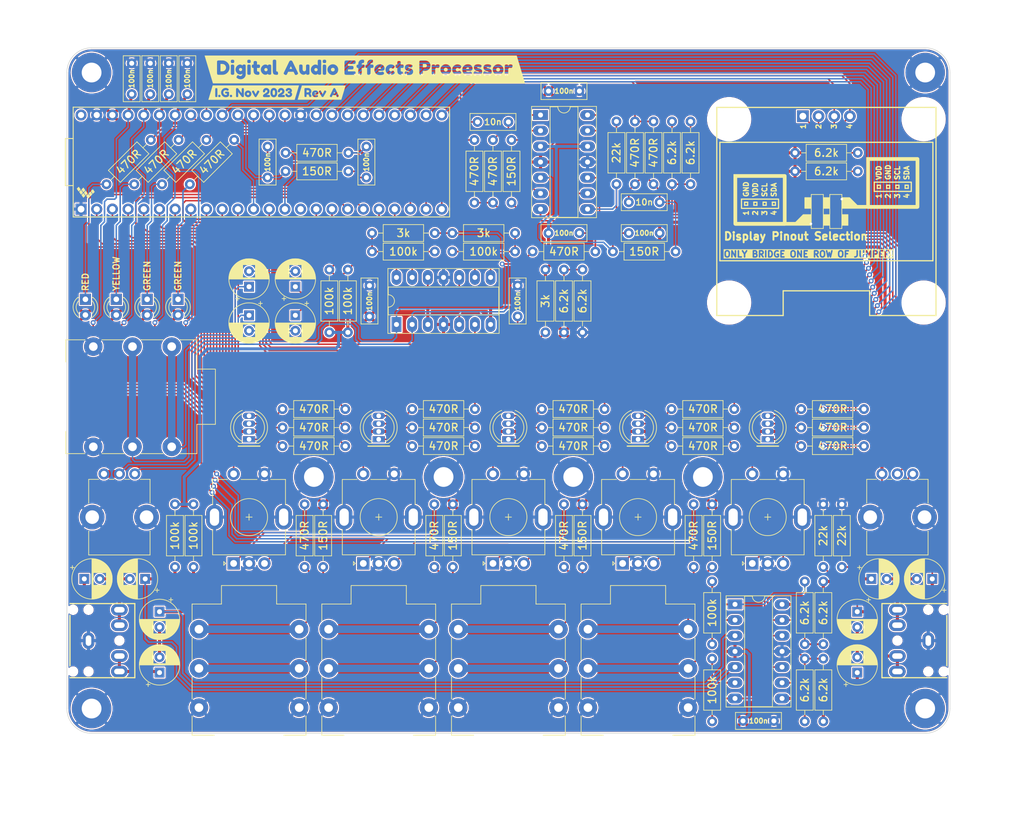
<source format=kicad_pcb>
(kicad_pcb (version 20221018) (generator pcbnew)
  (layers (0 "F.Cu" signal) (31 "B.Cu" signal) (34 "B.Paste" user) (35 "F.Paste" user) (36 "B.SilkS" user "B.Silkscreen") (37 "F.SilkS" user "F.Silkscreen") (38 "B.Mask" user) (39 "F.Mask" user) (44 "Edge.Cuts" user))
  (net 0 "")
  (net 1 "/Line In/LINE_IN_L")
  (net 2 "Net-(C1-Pad2)")
  (net 3 "/Line In/LINE_IN_R")
  (net 4 "Net-(C2-Pad2)")
  (net 5 "Net-(U1A-+)")
  (net 6 "Net-(U1B-+)")
  (net 7 "Net-(C5-Pad1)")
  (net 8 "Net-(C5-Pad2)")
  (net 9 "Net-(C6-Pad1)")
  (net 10 "Net-(C6-Pad2)")
  (net 11 "/Volume_Mixing_Output/LINE_OUT_L")
  (net 12 "/Volume_Mixing_Output/LINE_OUT_R")
  (net 13 "/Instrument In/INST_IN_L")
  (net 14 "Net-(C11-Pad2)")
  (net 15 "/Instrument In/INST_IN_R")
  (net 16 "Net-(C10-Pad2)")
  (net 17 "Net-(C13-Pad1)")
  (net 18 "/BIAS")
  (net 19 "Net-(C14-Pad1)")
  (net 20 "Net-(U2B--)")
  (net 21 "/Anti-Aliasing Filter/FILT_INST_IN")
  (net 22 "Net-(C16-Pad1)")
  (net 23 "Net-(C17-Pad1)")
  (net 24 "Net-(U2C--)")
  (net 25 "/Reconstruction Filter/EFFECT_RECON")
  (net 26 "+3.3V")
  (net 27 "GND")
  (net 28 "/Effect Channel 3/EXP_IN")
  (net 29 "/Effect Channel 2/EXP_IN")
  (net 30 "/Effect Channel 4/EXP_IN")
  (net 31 "/Effect Channel 1/EXP_IN")
  (net 32 "Net-(D1-RK)")
  (net 33 "Net-(D1-GK)")
  (net 34 "Net-(D2-RK)")
  (net 35 "Net-(D2-GK)")
  (net 36 "Net-(D3-RK)")
  (net 37 "Net-(D3-GK)")
  (net 38 "Net-(D4-RK)")
  (net 39 "Net-(D4-GK)")
  (net 40 "/MCU/LEVEL_0")
  (net 41 "/MCU/LEVEL_1")
  (net 42 "/MCU/LEVEL_2")
  (net 43 "/MCU/LEVEL_3")
  (net 44 "Net-(D9-RK)")
  (net 45 "Net-(D9-GK)")
  (net 46 "/Effect Channel 1/EXP_PWR")
  (net 47 "/Effect Channel 1/EXP_SIG")
  (net 48 "/Effect Channel 2/EXP_PWR")
  (net 49 "/Effect Channel 2/EXP_SIG")
  (net 50 "/Effect Channel 3/EXP_PWR")
  (net 51 "/Effect Channel 3/EXP_SIG")
  (net 52 "/Effect Channel 4/EXP_PWR")
  (net 53 "/Effect Channel 4/EXP_SIG")
  (net 54 "Net-(JP1-C)")
  (net 55 "Net-(JP2-C)")
  (net 56 "Net-(U1A--)")
  (net 57 "/Line In/BUF_LINE_IN_L")
  (net 58 "Net-(U1B--)")
  (net 59 "/Line In/BUF_LINE_IN_R")
  (net 60 "Net-(U3A--)")
  (net 61 "Net-(R5-Pad2)")
  (net 62 "Net-(U3B--)")
  (net 63 "Net-(R6-Pad2)")
  (net 64 "Net-(U3C--)")
  (net 65 "Net-(U3D--)")
  (net 66 "Net-(U1C--)")
  (net 67 "Net-(R17-Pad2)")
  (net 68 "Net-(U1D--)")
  (net 69 "Net-(R18-Pad2)")
  (net 70 "Net-(U2A--)")
  (net 71 "/Anti-Aliasing Filter/AMP_INST_IN")
  (net 72 "/MCU/EFFECT_RAW")
  (net 73 "Net-(U2D--)")
  (net 74 "/Effect Channel 3/LED_R")
  (net 75 "/Effect Channel 3/LED_G")
  (net 76 "/Effect Channel 3/LED_B")
  (net 77 "Net-(D1-BK)")
  (net 78 "/Effect Channel 2/LED_R")
  (net 79 "/Effect Channel 2/LED_G")
  (net 80 "/Effect Channel 2/LED_B")
  (net 81 "Net-(D2-BK)")
  (net 82 "/Effect Channel 4/LED_R")
  (net 83 "/Effect Channel 4/LED_G")
  (net 84 "/Effect Channel 4/LED_B")
  (net 85 "Net-(D3-BK)")
  (net 86 "/Effect Channel 1/LED_R")
  (net 87 "/Effect Channel 1/LED_G")
  (net 88 "/Effect Channel 1/LED_B")
  (net 89 "Net-(D4-BK)")
  (net 90 "/MCU/LED_R_UI")
  (net 91 "/MCU/LED_G_UI")
  (net 92 "/MCU/LED_B_UI")
  (net 93 "Net-(D9-BK)")
  (net 94 "/MCU/SCL")
  (net 95 "/MCU/SDA")
  (net 96 "Net-(U3B-+)")
  (net 97 "/Effect Channel 3/ENC_A")
  (net 98 "/Effect Channel 3/ENC_B")
  (net 99 "/Effect Channel 3/ENC_SW")
  (net 100 "/Effect Channel 2/ENC_A")
  (net 101 "/Effect Channel 2/ENC_B")
  (net 102 "/Effect Channel 2/ENC_SW")
  (net 103 "/Effect Channel 4/ENC_A")
  (net 104 "/Effect Channel 4/ENC_B")
  (net 105 "/Effect Channel 4/ENC_SW")
  (net 106 "/Effect Channel 1/ENC_A")
  (net 107 "/Effect Channel 1/ENC_B")
  (net 108 "/Effect Channel 1/ENC_SW")
  (net 109 "/MCU/ENC_A_UI")
  (net 110 "/MCU/ENC_B_UI")
  (net 111 "/MCU/ENC_SW_UI")
  (net 113 "Net-(U3C-+)")
  (net 114 "Net-(U3D-+)")
  (net 115 "Net-(D5-K)")
  (net 116 "Net-(D6-K)")
  (net 117 "Net-(D7-K)")
  (net 118 "Net-(D8-K)")
  (net 119 "Net-(U2C-+)")
  (footprint "MountingHole:MountingHole_3.2mm_M3_Pad" (layer "F.Cu") (at 183.5 106.75)
    (fp_text reference "H8" hide)
    (fp_text value "M3" hide)
  )
  (footprint "kibuzzard-6562A25D" (layer "F.Cu") (at 110.75 44.5)
    (fp_text reference "kibuzzard-6562A25D" hide)
    (fp_text value "G***" hide)
  )
  (footprint "Custom-RLC:CP_Radial_D6.3mm_H12.5_P2.50mm" (layer "F.Cu") (at 220.64738 123.25 180)
    (fp_text reference "C7" hide)
    (fp_text value "100u" hide)
  )
  (footprint "Custom-RLC:C_Rect_L7.2mm_W2.5mm_H6.6mm_P5.00mm_MODIFIED" (layer "F.Cu") (at 129 53.25 -90)
    (fp_text reference "C16" hide)
    (fp_text value "100n" hide)
  )
  (footprint "kibuzzard-6562EE33" (layer "F.Cu") (at 121.75 44.5)
    (fp_text reference "kibuzzard-6562EE33" hide)
    (fp_text value "G***" hide)
  )
  (footprint "Resistor_THT:R_Axial_DIN0207_L6.3mm_D2.5mm_P10.16mm_Horizontal" (layer "F.Cu") (at 203 136.17 -90)
    (fp_text reference "R12" hide)
    (fp_text value "6k2" hide)
  )
  (footprint "Custom-RLC:C_Rect_L7.2mm_W2.5mm_H6.6mm_P5.00mm_MODIFIED" (layer "F.Cu") (at 176.5 62.25 180)
    (fp_text reference "C17" hide)
    (fp_text value "10n" hide)
  )
  (footprint "Resistor_THT:R_Axial_DIN0207_L6.3mm_D2.5mm_P10.16mm_Horizontal" (layer "F.Cu") (at 125.58 98.75 180)
    (fp_text reference "R49" hide)
    (fp_text value "470R" hide)
  )
  (footprint "Resistor_THT:R_Axial_DIN0207_L6.3mm_D2.5mm_P10.16mm_Horizontal" (layer "F.Cu") (at 164 73.17 -90)
    (fp_text reference "R30" hide)
    (fp_text value "6k2" hide)
  )
  (footprint "Custom-RLC:CP_Radial_D6.3mm_H12.5_P2.50mm" (layer "F.Cu") (at 110 80.56762 -90)
    (fp_text reference "C10" hide)
    (fp_text value "100u" hide)
  )
  (footprint "Custom-RLC:CP_Radial_D6.3mm_H12.5_P2.50mm" (layer "F.Cu") (at 93.18238 123.25 180)
    (fp_text reference "C4" hide)
    (fp_text value "100u" hide)
  )
  (footprint "Custom-Electromechanical:RotaryEncoder_Alps_EC11E-Switch_Vertical_H20mm" (layer "F.Cu") (at 131 113.25 90)
    (fp_text reference "SW2" hide)
    (fp_text value "EC11" hide)
  )
  (footprint "MountingHole:MountingHole_3.2mm_M3_Pad" (layer "F.Cu") (at 84.5 41.25)
    (fp_text reference "H1" hide)
    (fp_text value "M3" hide)
  )
  (footprint "Resistor_THT:R_Axial_DIN0207_L6.3mm_D2.5mm_P10.16mm_Horizontal" (layer "F.Cu") (at 94.092103 52.157898 -135)
    (fp_text reference "R55" hide)
    (fp_text value "470R" hide)
  )
  (footprint "Resistor_THT:R_Axial_DIN0207_L6.3mm_D2.5mm_P10.16mm_Horizontal" (layer "F.Cu") (at 200 123.67 -90)
    (fp_text reference "R8" hide)
    (fp_text value "6k2" hide)
  )
  (footprint "Resistor_THT:R_Axial_DIN0207_L6.3mm_D2.5mm_P10.16mm_Horizontal" (layer "F.Cu") (at 107.592103 52.157898 -135)
    (fp_text reference "R58" hide)
    (fp_text value "470R" hide)
  )
  (footprint "Resistor_THT:R_Axial_DIN0207_L6.3mm_D2.5mm_P10.16mm_Horizontal" (layer "F.Cu") (at 126 83.33 90)
    (fp_text reference "R16" hide)
    (fp_text value "100k" hide)
  )
  (footprint "Daughterboards:SH1106_LCD_MODULE" (layer "F.Cu") (at 203.5 63.75)
    (fp_text reference "U5" hide)
    (fp_text value "SH1106" hide)
  )
  (footprint "Custom-DiscreteSemi:LED_D5.0mm-4_RGB" (layer "F.Cu") (at 194 100.65 90)
    (fp_text reference "D9" hide)
    (fp_text value "QBL8RGB60D0-2897" hide)
  )
  (footprint "Resistor_THT:R_Axial_DIN0207_L6.3mm_D2.5mm_P10.16mm_Horizontal" (layer "F.Cu") (at 101 111.17 -90)
    (fp_text reference "R1" hide)
    (fp_text value "100k" hide)
  )
  (footprint "Resistor_THT:R_Axial_DIN0207_L6.3mm_D2.5mm_P10.16mm_Horizontal" (layer "F.Cu") (at 129.92 67.25)
    (fp_text reference "R19" hide)
    (fp_text value "3k" hide)
  )
  (footprint "Custom-DiscreteSemi:LED_D5.0mm-4_RGB" (layer "F.Cu") (at 110 100.65 90)
    (fp_text reference "D4" hide)
    (fp_text value "QBL8RGB60D0-2897" hide)
  )
  (footprint "Resistor_THT:R_Axial_DIN0207_L6.3mm_D2.5mm_P10.16mm_Horizontal" (layer "F.Cu") (at 146.58 101.75 180)
    (fp_text reference "R37" hide)
    (fp_text value "470R" hide)
  )
  (footprint "Resistor_THT:R_Axial_DIN0207_L6.3mm_D2.5mm_P10.16mm_Horizontal" (layer "F.Cu") (at 115.92 54.25)
    (fp_text reference "R25" hide)
    (fp_text value "470R" hide)
  )
  (footprint "Custom-Connector:Jack_6.35mm_Neutrik_NMJ6HFD2_Horizontal" (layer "F.Cu") (at 152 137.75 -90)
    (fp_text reference "J5" hide)
    (fp_text value "NMJ6HFD2" hide)
  )
  (footprint "Resistor_THT:R_Axial_DIN0207_L6.3mm_D2.5mm_P10.16mm_Horizontal" (layer "F.Cu") (at 167.58 101.75 180)
    (fp_text reference "R32" hide)
    (fp_text value "470R" hide)
  )
  (footprint "Resistor_THT:R_Axial_DIN0207_L6.3mm_D2.5mm_P10.16mm_Horizontal" (layer "F.Cu") (at 98.592103 52.157898 -135)
    (fp_text reference "R56" hide)
    (fp_text value "470R" hide)
  )
  (footprint "Resistor_THT:R_Axial_DIN0207_L6.3mm_D2.5mm_P10.16mm_Horizontal" (layer "F.Cu") (at 146.5 62.33 90)
    (fp_text reference "R22" hide)
    (fp_text value "470R" hide)
  )
  (footprint "Custom-Electromechanical:RotaryEncoder_Alps_EC11E-Switch_Vertical_H20mm" (layer "F.Cu") (at 194 113.25 90)
    (fp_text reference "SW5" hide)
    (fp_text value "EC11" hide)
  )
  (footprint "Custom-Electromechanical:RotaryEncoder_Alps_EC11E-Switch_Vertical_H20mm" (layer "F.Cu") (at 110 113.25 90)
    (fp_text reference "SW4" hide)
    (fp_text value "EC11" hide)
  )
  (footprint "Custom-RLC:C_Rect_L7.2mm_W2.5mm_H6.6mm_P5.00mm_MODIFIED" (layer "F.Cu") (at 158.5 44.25)
    (fp_text reference "C21" hide)
    (fp_text value "100n" hide)
  )
  (footprint "Resistor_THT:R_Axial_DIN0207_L6.3mm_D2.5mm_P10.16mm_Horizontal" (layer "F.Cu") (at 188.58 98.75 180)
    (fp_text reference "R44" hide)
    (fp_text value "470R" hide)
  )
  (footprint "MountingHole:MountingHole_3.2mm_M3_Pad" (layer "F.Cu") (at 219.5 41.25)
    (fp_text reference "H4" hide)
    (fp_text value "M3" hide)
  )
  (footprint "Custom-DiscreteSemi:LED_D5.0mm-4_RGB" (layer "F.Cu") (at 131 100.65 90)
    (fp_text reference "D2" hide)
    (fp_text value "QBL8RGB60D0-2897" hide)
  )
  (footprint "MountingHole:MountingHole_3.2mm_M3_Pad" (layer "F.Cu") (at 120.5 106.75)
    (fp_text reference "H5" hide)
    (fp_text value "M3" hide)
  )
  (footprint "Resistor_THT:R_Axial_DIN0207_L6.3mm_D2.5mm_P10.16mm_Horizontal" (layer "F.Cu") (at 200 146.33 90)
    (fp_text reference "R10" hide)
    (fp_text value "6k2" hide)
  )
  (footprint "Custom-DiscreteSemi:LED_D5.0mm-4_RGB" (layer "F.Cu") (at 152 100.65 90)
    (fp_text reference "D1" hide)
    (fp_text value "QBL8RGB60D0-2897" hide)
  )
  (footprint "Resistor_THT:R_Axial_DIN0207_L6.3mm_D2.5mm_P10.16mm_Horizontal" (layer "F.Cu") (at 143 111.17 -90)
    (fp_text reference "R40" hide)
    (fp_text value "150R" hide)
  )
  (footprint "Resistor_THT:R_Axial_DIN0207_L6.3mm_D2.5mm_P10.16mm_Horizontal" (layer "F.Cu") (at 146.58 98.75 180)
    (fp_text reference "R39" hide)
    (fp_text value "470R" hide)
  )
  (footprint "Custom-RLC:CP_Radial_D6.3mm_H12.5_P2.50mm" (layer "F.Cu") (at 95.5 128.567621 -90)
    (fp_text reference "C3" hide)
    (fp_text value "100u" hide)
  )
  (footprint "Custom-Connector:Jack_6.35mm_Neutrik_NMJ6HFD2_Horizontal" (layer "F.Cu") (at 173 137.75 -90)
    (fp_text reference "J6" hide)
    (fp_text value "NMJ6HFD2" hide)
  )
  (footprint "Resistor_THT:R_Axial_DIN0207_L6.3mm_D2.5mm_P10.16mm_Horizontal" (layer "F.Cu") (at 103.092103 52.157898 -135)
    (fp_text reference "R57" hide)
    (fp_text value "470R" hide)
  )
  (footprint "Custom-RLC:CP_Radial_D6.3mm_H12.5_P2.50mm" (layer "F.Cu") (at 208.5 138.432379 90)
    (fp_text reference "C6" hide)
    (fp_text value "100u" hide)
  )
  (footprint "Resistor_THT:R_Axial_DIN0207_L6.3mm_D2.5mm_P10.16mm_Horizontal" (layer "F.Cu") (at 178.5 59.33 90)
    (fp_text reference "R9" hide)
    (fp_text value "6k2" hide)
  )
  (footprint "Resistor_THT:R_Axial_DIN0207_L6.3mm_D2.5mm_P10.16mm_Horizontal" (layer "F.Cu") (at 125.58 95.75 180)
    (fp_text reference "R48" hide)
    (fp_text value "470R" hide)
  )
  (footprint "Custom-RLC:CP_Radial_D6.3mm_H12.5_P2.50mm" (layer "F.Cu") (at 83.317621 123.25)
    (fp_text reference "C2" hide)
    (fp_text value "100u" hide)
  )
  (footprint "Custom-RLC:CP_Radial_D6.3mm_H12.5_P2.50mm" (layer "F.Cu") (at 95.5 138.43238 90)
    (fp_text reference "C1" hide)
    (fp_text value "100u" hide)
  )
  (footprint "Resistor_THT:R_Axial_DIN0207_L6.3mm_D2.5mm_P10.16mm_Horizontal" (layer "F.Cu") (at 158 83.33 90)
    (fp_text reference "R31" hide)
    (fp_text value "3k" hide)
  )
  (footprint "Resistor_THT:R_Axial_DIN0207_L6.3mm_D2.5mm_P10.16mm_Horizontal" (layer "F.Cu") (at 164 111.17 -90)
    (fp_text reference "R35" hide)
    (fp_text value "150R" hide)
  )
  (footprint "Custom-RLC:C_Rect_L7.2mm_W2.5mm_H6.6mm_P5.00mm_MODIFIED" (layer "F.Cu") (at 129.5 80.75 90)
    (fp_text reference "C22" hide)
    (fp_text value "100n" hide)
  )
  (footprint "kibuzzard-6562A21D" (layer "F.Cu") (at 128.75 40.75)
    (fp_text reference "kibuzzard-6562A21D" hide)
    (fp_text value "G***" hide)
  )
  (footprint "Resistor_THT:R_Axial_DIN0207_L6.3mm_D2.5mm_P10.16mm_Horizontal" (layer "F.Cu") (at 119 111.17 -90)
    (fp_text reference "R51" hide)
    (fp_text value "470R" hide)
  )
  (footprint "Resistor_THT:R_Axial_DIN0207_L6.3mm_D2.5mm_P10.16mm_Horizontal" (layer "F.Cu") (at 161 111.17 -90)
    (fp_text reference "R36" hide)
    (fp_text value "470R" hide)
  )
  (footprint "LED_THT:LED_D3.0mm_Clear" (layer "F.Cu") (at 88.5 77.975 -90)
    (fp_text reference "D6" hide)
    (fp_text value "YELLOW" hide)
  )
  (footprint "Custom-RLC:CP_Radial_D6.3mm_H12.5_P2.50mm" (layer "F.Cu") (at 117.5 75.93238 90)
    (fp_text reference "C11" hide)
    (fp_text value "100u" hide)
  )
  (footprint "Custom-RLC:CP_Radial_D6.3mm_H12.5_P2.50mm" (layer "F.Cu") (at 117.5 80.567619 -90)
    (fp_text reference "C12" hide)
    (fp_text value "100u" hide)
  )
  (footprint "Resistor_THT:R_Axial_DIN0207_L6.3mm_D2.5mm_P10.16mm_Horizontal" (layer "F.Cu") (at 172.5 49.17 -90)
    (fp_text reference "R27" hide)
    (fp_text value "470R" hide)
  )
  (footprint "Jumper:SolderJumper-3_P2.0mm_Open_TrianglePad1.0x1.5mm" (layer "F.Cu") (at 205 63.75 -90)
    (fp_text reference "JP2" hide)
    (fp_text value "SolderJumper_3_Bridged12" hide)
  )
  (footprint "Daughterboards:Teensy_4_1_Basic_Socket" (layer "F.Cu") (at 112 55.75)
    (fp_text reference "U4" hide)
    (fp_text value "Teensy 4.1")
  )
  (footprint "MountingHole:MountingHole_3.2mm_M3_Pad" (layer "F.Cu") (at 162.5 106.75)
    (fp_text reference "H7" hide)
    (fp_text value "M3" hide)
  )
  (footprint "MountingHole:MountingHole_3.2mm_M3_Pad" (layer "F.Cu") (at 84.5 144.25)
    (fp_text reference "H2" hide)
    (fp_text value "M3" hide)
  )
  (footprint "Custom-RLC:C_Rect_L7.2mm_W2.5mm_H6.6mm_P5.00mm_MODIFIED" (layer "F.Cu") (at 100 44.75 90)
    (fp_text reference "C26" hide)
    (fp_text value "100n" hide)
  )
  (footprint "Resistor_THT:R_Axial_DIN0207_L6.3mm_D2.5mm_P10.16mm_Horizontal" (layer "F.Cu") (at 209.58 101.75 180)
    (fp_text reference "R52" hide)
    (fp_text value "470R" hide)
  )
  (footprint "Custom-RLC:C_Rect_L7.2mm_W2.5mm_H6.6mm_P5.00mm_MODIFIED" (layer "F.Cu") (at 91 44.75 90)
    (fp_text reference "C25" hide)
    (fp_text value "100n" hide)
  )
  (footprint "Resistor_THT:R_Axial_DIN0207_L6.3mm_D2.5mm_P10.16mm_Horizontal" (layer "F.Cu") (at 169.5 49.17 -90)
    (fp_text reference "R6" hide)
    (fp_text value "22k" hide)
  )
  (footprint "Resistor_THT:R_Axial_DIN0207_L6.3mm_D2.5mm_P10.16mm_Horizontal" (layer "F.Cu") (at 123 83.33 90)
    (fp_text reference "R15" hide)
    (fp_text value "100k" hide)
  )
  (footprint "Custom-IC:DIP-14_W7.62mm_Socket_LongPads_IC" (layer "F.Cu") (at 133.875 82.05 90)
    (fp_text reference "U3" hide)
    (fp_text value "MCP6004" hide)
  )
  (footprint "Resistor_THT:R_Axial_DIN0207_L6.3mm_D2.5mm_P10.16mm_Horizontal" (layer "F.Cu") (at 203 111.17 -90)
    (fp_text reference "R14" hide)
    (fp_text value "22k" hide)
  )
  (footprint "Resistor_THT:R_Axial_DIN0207_L6.3mm_D2.5mm_P10.16mm_Horizontal" (layer "F.Cu") (at 208.58 54.25 180)
    (fp_text reference "R60" hide)
    (fp_text value "6k2" hide)
  )
  (footprint "Resistor_THT:R_Axial_DIN0207_L6.3mm_D2.5mm_P10.16mm_Horizontal" (layer "F.Cu") (at 153.08 67.25 180)
    (fp_text reference "R20" hide)
    (fp_text value "3k" hide)
  )
  (footprint "Custom-RLC:C_Rect_L7.2mm_W2.5mm_H6.6mm_P5.00mm_MODIFIED" (layer "F.Cu") (at 171.5 67.25)
    (fp_text reference "C18" hide)
    (fp_text value "100n" hide)
  )
  (footprint "Resistor_THT:R_Axial_DIN0207_L6.3mm_D2.5mm_P10.16mm_Horizontal" (layer "F.Cu") (at 155.92 70.25)
    (fp_text reference "R21" hide)
    (fp_text value "470R" hide)
  )
  (footprint "Resistor_THT:R_Axial_DIN0207_L6.3mm_D2.5mm_P10.16mm_Horizontal" (layer "F.Cu") (at 179.08 70.25 180)
    (fp_text reference "R28" hide)
    (fp_text value "150R")
  )
  (footprint "Resistor_THT:R_Axial_DIN0207_L6.3mm_D2.5mm_P10.16mm_Horizontal" (layer "F.Cu") (at 126.08 57.25 180)
    (fp_text reference "R24" hide)
    (fp_text value "150R" hide)
  )
  (footprint "Custom-RLC:C_Rect_L7.2mm_W2.5mm_H6.6mm_P5.00mm_MODIFIED" (layer "F.Cu") (at 153.5 80.75 90)
    (fp_text reference "C20" hide)
    (fp_text value "100n" hide)
  )
  (footprint "Custom-IC:DIP-14_W7.62mm_Socket_LongPads_IC" (layer "F.Cu") (at 157.2 48.125)
    (fp_text reference "U2" hide)
    (fp_text value "MCP6004" hide)
  )
  (footprint "Resistor_THT:R_Axial_DIN0207_L6.3mm_D2.5mm_P10.16mm_Horizontal" (layer "F.Cu") (at 167.58 98.75 180)
    (fp_text reference "R34" hide)
    (fp_text value "470R" hide)
  )
  (footprint "Custom-RLC:C_Rect_L7.2mm_W2.5mm_H6.6mm_P5.00mm_MODIFIED" (layer "F.Cu") (at 113 58.25 90)
    (fp_text reference "C15" hide)
    (fp_text value "100n" hide)
  )
  (footprint "Resistor_THT:R_Axial_DIN0207_L6.3mm_D2.5mm_P10.16mm_Horizontal" (layer "F.Cu") (at 152.5 52.17 -90)
    (fp_text reference "R5" hide)
    (fp_text value "150R" hide)
  )
  (footprint "MountingHole:MountingHole_3.2mm_M3_Pad" (layer "F.Cu") (at 141.5 106.75)
    (fp_text reference "H6" hide)
    (fp_text value "M3" hide)
  )
  (footprint "Resistor_THT:R_Axial_DIN0207_L6.3mm_D2.5mm_P10.16mm_Horizontal" (layer "F.Cu") (at 140.08 70.25 180)
    (fp_text reference "R17" hide)
    (fp_text value "100k" hide)
  )
  (footprint "Resistor_THT:R_Axial_DIN0207_L6.3mm_D2.5mm_P10.16mm_Horizontal" (layer "F.Cu") (at 98 111.17 -90)
    (fp_text reference "R2" hide)
    (fp_text value "100k" hide)
  )
  (footprint "Custom-RLC:C_Rect_L7.2mm_W2.5mm_H6.6mm_P5.00mm_MODIFIED" (layer "F.Cu") (at 97 44.75 90)
    (fp_text reference "C24" hide)
    (fp_text value "100n" hide)
  )
  (footprint "Resistor_THT:R_Axial_DIN0207_L6.3mm_D2.5mm_P10.16mm_Horizontal" (layer "F.Cu") (at 125.58 101.75 180)
    (fp_text reference "R47" hide)
    (fp_text value "470R" hide)
  )
  (footprint "Resistor_THT:R_Axial_DIN0207_L6.3mm_D2.5mm_P10.16mm_Horizontal" (layer "F.Cu") (at 209.58 98.75 180)
    (fp_text reference "R54" hide)
    (fp_text value "470R" hide)
  )
  (footprint "Custom-IC:DIP-14_W7.62mm_Socket_LongPads_IC" (layer "F.Cu") (at 188.7 127.375)
    (fp_text reference "U1" hide)
    (fp_text value "MCP6004" hide)
  )
  (footprint "Custom-RLC:CP_Radial_D6.3mm_H12.5_P2.50mm" (layer "F.Cu") (at 110 75.932379 90)
    (fp_text reference "C9" hide)
    (fp_text value "100u" hide)
  )
  (footprint "Custom-Electromechanical:Potentiometer_Bourns_PTV09A-1_Single_Vertical" (layer "F.Cu") (at 215 113.25 -90)
    (fp_text reference "RV1" hide)
    (fp_text value "100k Log" hide)
  )
  (footprint "Resistor_THT:R_Axial_DIN0207_L6.3mm_D2.5mm_P10.16mm_Horizontal" (layer "F.Cu") (at 181.5 59.33 90)
    (fp_text reference "R7" hide)
    (fp_text value "6k2" hide)
  )
  (footprint "Custom-RLC:C_Rect_L7.2mm_W2.5mm_H6.6mm_P5.00mm_MODIFIED" (layer "F.Cu") (at 190 146.25)
    (fp_text reference "C19" hide)
    (fp_text value "100n" hide)
  )
  (footprint "Custom-Electromechanical:RotaryEncoder_Alps_EC11E-Switch_Vertical_H20mm" (layer "F.Cu") (at 152 113.25 90)
    (fp_text reference "SW1" hide)
    (fp_text value "EC11" hide)
  )
  (footprint "Resistor_THT:R_Axial_DIN0207_L6.3mm_D2.5mm_P10.16mm_Horizontal" (layer "F.Cu") (at 185 111.17 -90)
    (fp_text reference "R45" hide)
    (fp_text value "150R" hide)
  )
  (footprint "LED_THT:LED_D3.0mm_Clear" (layer "F.Cu") (at 83.5 77.975 -90)
    (fp_text reference "D5" hide)
    (fp_text value "RED" hide)
  )
  (footprint "Resistor_THT:R_Axial_DIN0207_L6.3mm_D2.5mm_P10.16mm_Horizontal" (layer "F.Cu") (at 208.58 57.25 180)
    (fp_text reference "R59" hide)
    (fp_text value "6k2" hide)
  )
  (footprint "Resistor_THT:R_Axial_DIN0207_L6.3mm_D2.5mm_P10.16mm_Horizontal" (layer "F.Cu") (at 188.58 101.75 180)
    (fp_text reference "R42" hide)
    (fp_text value "470R" hide)
  )
  (footprint "MountingHole:MountingHole_3.2mm_M3_Pad" (layer "F.Cu") (at 219.5 144.25)
    (fp_text reference "H3" hide)
    (fp_text value "M3" hide)
  )
  (footprint "Custom-Connector:PJ-307" (layer "F.Cu") (at 217 133.25 180)
    (fp_text reference "J7" hide)
    (fp_text value "SJ1-3525N" hide)
  )
  (footprint "Resistor_THT:R_Axial_DIN0207_L6.3mm_D2.5mm_P10.16mm_Horizontal" (layer "F.Cu") (at 188.58 95.75 180)
    (fp_text reference "R43" hide)
    (fp_text value "470R" hide)
  )
  (footprint "Resistor_THT:R_Axial_DIN0207_L6.3mm_D2.5mm_P10.16mm_Horizontal" (layer "F.Cu") (at 146.58 95.75 180)
    (fp_text reference "R38" hide)
    (fp_text value "470R" hide)
  )
  (footprint "Resistor_THT:R_Axial_DIN0207_L6.3mm_D2.5mm_P10.16mm_Horizontal" (layer "F.Cu") (at 149.5 62.33 90)
    (fp_text reference "R23" hide)
    (fp_text value "470R" hide)
  )
  (footprint "Resistor_THT:R_Axial_DIN0207_L6.3mm_D2.5mm_P10.16mm_Horizontal" (layer "F.Cu") (at 175.5 49.17 -90)
    (fp_text reference "R26" hide)
    (fp_text value "470R" hide)
  )
  (footprint "Custom-RLC:C_Rect_L7.2mm_W2.5mm_H6.6mm_P5.00mm_MODIFIED" (layer "F.Cu") (at 163.5 67.25 180)
    (fp_text reference "C13" hide)
    (fp_text value "100n" hide)
  )
  (footprint "Custom-DiscreteSemi:LED_D5.0mm-4_RGB" (layer "F.Cu") (at 173 100.65 90)
    (fp_text reference "D3" hide)
    (fp_text value "QBL8RGB60D0-2897" hide)
  )
  (footprint "Custom-Connector:Jack_6.35mm_Neutrik_NMJ6HFD2_Horizontal" (layer "F.Cu") (at 110 137.75 -90)
    (fp_text reference "J3" hide)
    (fp_text value "NMJ6HFD2" hide)
  )
  (footprint "Resistor_THT:R_Axial_DIN0207_L6.3mm_D2.5mm_P10.16mm_Horizontal" (layer "F.Cu") (at 167.58 95.75 180)
    (fp_text reference "R33" hide)
    (fp_text value "470R" hide)
  )
  (footprint "Resistor_THT:R_Axial_DIN0207_L6.3mm_D2.5mm_P10.16mm_Horizontal" (layer "F.Cu") (at 140 111.17 -90)
    (fp_text reference "R41" hide)
    (fp_text value "470R" hide)
  )
  (footprint "Custom-Connector:PJ-307" (layer "F.Cu") (at 87 133.25)
    (fp_text reference "J1" hide)
    (fp_text value "SJ1-3525N" hide)
  )
  (footprint "Resistor_THT:R_Axial_DIN0207_L6.3mm_D2.5mm_P10.16mm_Horizontal" (layer "F.Cu") (at 122 111.17 -90)
    (fp_text reference "R50" hide)
    (fp_text value "150R" hide)
  )
  (footprint "Custom-Electromechanical:RotaryEncoder_Alps_EC11E-Switch_Vertical_H20mm" (layer "F.Cu") (at 173 113.25 90)
    (fp_text reference "SW3" hide)
    (fp_text value "EC11" hide)
  )
  (footprint "LED_THT:LED_D3.0mm_Clear" (layer "F.Cu") (at 98.5 77.975 -90)
    (fp_text reference "D8" hide)
    (fp_text value "GREEN" hide)
  )
  (footprint "Resistor_THT:R_Axial_DIN0207_L6.3mm_D2.5mm_P10.16mm_Horizontal" (layer "F.Cu") (at 185 133.83 90)
    (fp_text reference "R3" hide)
    (fp_text value "100k" hide)
  )
  (footprint "Custom-RLC:CP_Radial_D6.3mm_H12.5_P2.50mm" (layer "F.Cu") (at 208.5 128.56762 -90)
    (fp_text reference "C8" hide)
    (fp_text value "100u" hide)
  )
  (footprint "Resistor_THT:R_Axial_DIN0207_L6.3mm_D2.5mm_P10.16mm_Horizontal" (layer "F.Cu") (at 209.58 95.75 180)
    (fp_text reference "R53" hide)
    (fp_text value "470R" hide)
  )
  (footprint "Custom-Connector:Jack_6.35mm_Neutrik_NMJ6HFD2_Horizontal" (layer "F.Cu") (at 91.125 93.75 180)
    (fp_text reference "J2" hide)
    (fp_text value "NMJ6HFD2" hide)
  )
  (footprint "Custom-RLC:CP_Radial_D6.3mm_H12.5_P2.50mm" (layer "F.Cu") (at 210.782621 123.25)
    (fp_text reference "C5" hide)
    (fp_text value "100u" hide)
  )
  (footprint "Resistor_THT:R_Axial_DIN0207_L6.3mm_D2.5mm_P10.16mm_Horizontal" (layer "F.Cu") (at 182 111.17 -90)
    (fp_text reference "R46" hide)
    (fp_text value "470R" hide)
  )
  (footprint "Resistor_THT:R_Axial_DIN0207_L6.3mm_D2.5mm_P10.16mm_Horizontal" (layer "F.Cu") (at 206 111.17 -90)
    (fp_text reference "R13" hide)
    (fp_text value "22k" hide)
  )
  (footprint "Resistor_THT:R_Axial_DIN0207_L6.3mm_D2.5mm_P10.16mm_Horizontal" (layer "F.Cu") (at 161 83.33 90)
    (fp_text reference "R29" hide)
    (fp_text value "6k2" hide)
  )
  (footprint "LED_THT:LED_D3.0mm_Clear" (layer "F.Cu") (at 93.5 77.975 -90)
    (fp_text reference "D7" hide)
    (fp_text value "GREEN" hide)
  )
  (footprint "Resistor_THT:R_Axial_DIN0207_L6.3mm_D2.5mm_P10.16mm_Horizontal" (layer "F.Cu") (at 203 133.83 90)
    (fp_text reference "R11" hide)
    (fp_text value "6k2" hide)
  )
  (footprint "Resistor_THT:R_Axial_DIN0207_L6.3mm_D2.5mm_P10.16mm_Horizontal" (layer "F.Cu") (at 142.92 70.25)
    (fp_text reference "R18" hide)
    (fp_text value "100k" hide)
  )
  (footprint "Jumper:SolderJumper-3_P2.0mm_Open_TrianglePad1.0x1.5mm" (layer "F.Cu") (at 202 63.75 -90)
    (fp_text reference "JP1" hide)
    (fp_text value "SolderJumper_3_Bridged12" hide)
  )
  (footprint "Custom-RLC:C_Rect_L7.2mm_W2.5mm_H6.6mm_P5.00mm_MODIFIED" (layer "F.Cu") (at 94 44.75 90)
    (fp_text reference "C23" hide)
    (fp_text value "100n" hide)
  )
  (footprint "Custom-Electromechanical:Potentiometer_Bourns_PTV09A-1_Single_Vertical" (layer "F.Cu") (at 89 113.25 -90)
    (fp_text reference "RV2" hide)
    (fp_text value "100k Log" hide)
  )
  (footprint "Custom-Connector:Jack_6.35mm_Neutrik_NMJ6HFD2_Horizontal" (layer "F.Cu") (at 131 137.75 -90)
    (fp_text reference "J4" hide)
    (fp_text value "NMJ6HFD2" hide)
  )
  (footprint "Custom-RLC:C_Rect_L7.2mm_W2.5mm_H6.6mm_P5.00mm_MODIFIED" (layer "F.Cu") (at 147 49.25)
    (fp_text reference "C14" hide)
    (fp_text value "10n" hide)
  )
  (footprint "Resistor_THT:R_Axial_DIN0207_L6.3mm_D2.5mm_P10.16mm_Horizontal" (layer "F.Cu") (at 185 136.17 -90)
    (fp_text reference "R4" hide)
    (fp_text value "100k" hide)
  )
  (gr_line (start 216.5 59.5) (end 216.25 59.5) (stroke (width 0.2)) (layer "F.SilkS"))
  (gr_line (start 190.75 62.25) (end 190.75 62.75) (stroke (width 0.2)) (layer "F.SilkS"))
  (gr_poly (pts (xy 206 63.25) (xy 218.25 63.25) (xy 218.25 62.75) (xy 208.5 62.75) (xy 207.25 61.5) (xy 206 61.5)) (stroke (width 0.1)) (fill solid) (layer "F.SilkS"))
  (gr_line (start 212.25 60) (end 211.75 60) (stroke (width 0.2)) (layer "F.SilkS"))
  (gr_line (start 193.5 62.25) (end 193.25 62.25) (stroke (width 0.2)) (layer "F.SilkS"))
  (gr_line (start 214.75 60) (end 214.75 59.5) (stroke (width 0.2)) (layer "F.SilkS"))
  (gr_line (start 191.75 62.75) (end 191.75 62.25) (stroke (width 0.2)) (layer "F.SilkS"))
  (gr_line (start 171.25 101.75) (end 174.75 101.75) (stroke (width 0.2)) (layer "F.SilkS"))
  (gr_line (start 190.75 62.75) (end 190.25 62.75) (stroke (width 0.2)) (layer "F.SilkS"))
  (gr_line (start 193.75 62.25) (end 193.75 62.75) (stroke (width 0.2)) (layer "F.SilkS"))
  (gr_rect (start 210.25 55.25) (end 218.25 63) (stroke (width 0.6)) (fill none) (layer "F.SilkS"))
  (gr_line (start 194.75 62.25) (end 195.25 62.25) (stroke (width 0.2)) (layer "F.SilkS"))
  (gr_line (start 213.25 60) (end 213.25 59.5) (stroke (width 0.2)) (layer "F.SilkS"))
  (gr_line (start 213.75 60) (end 213.25 60) (stroke (width 0.2)) (layer "F.SilkS"))
  (gr_rect (start 203 64.25) (end 204 66) (stroke (width 0.1)) (fill solid) (layer "F.SilkS"))
  (gr_rect (start 206 64.25) (end 207 66) (stroke (width 0.1)) (fill solid) (layer "F.SilkS"))
  (gr_poly (pts (xy 201 66) (xy 188.75 66) (xy 188.75 65.5) (xy 198.5 65.5) (xy 199.75 64.25) (xy 201 64.25)) (stroke (width 0.1)) (fill solid) (layer "F.SilkS"))
  (gr_line (start 215.25 59.5) (end 215.25 60) (stroke (width 0.2)) (layer "F.SilkS"))
  (gr_line (start 214.75 59.5) (end 215.25 59.5) (stroke (width 0.2)) (layer "F.SilkS"))
  (gr_line (start 193.25 62.25) (end 193.75 62.25) (stroke (width 0.2)) (layer "F.SilkS"))
  (gr_line (start 213.25 59.5) (end 213.75 59.5) (stroke (width 0.2)) (layer "F.SilkS"))
  (gr_line (start 192.25 62.75) (end 191.75 62.75) (stroke (width 0.2)) (layer "F.SilkS"))
  (gr_rect (start 188.75 58) (end 196.75 65.75) (stroke (width 0.6)) (fill none) (layer "F.SilkS"))
  (gr_line (start 215 59.5) (end 214.75 59.5) (stroke (width 0.2)) (layer "F.SilkS"))
  (gr_rect (start 200 61.5) (end 201 63.25) (stroke (width 0.1)) (fill solid) (layer "F.SilkS"))
  (gr_line (start 216.75 59.5) (end 216.75 60) (stroke (width 0.2)) (layer "F.SilkS"))
  (gr_line (start 192.25 101.75) (end 195.75 101.75) (stroke (width 0.2)) (layer "F.SilkS"))
  (gr_line (start 194.75 62.75) (end 194.75 62.25) (stroke (width 0.2)) (layer "F.SilkS"))
  (gr_line (start 211.75 60) (end 211.75 59.5) (stroke (width 0.2)) (layer "F.SilkS"))
  (gr_line (start 129.25 101.75) (end 132.75 101.75) (stroke (width 0.2)) (layer "F.SilkS"))
  (gr_rect (start 203 61.5) (end 204 63.25) (stroke (width 0.1)) (fill solid) (layer "F.SilkS"))
  (gr_rect (start 211.25 59) (end 217.25 60.5) (stroke (width 0.2)) (fill none) (layer "F.SilkS"))
  (gr_line (start 216.25 59.5) (end 216.75 59.5) (stroke (width 0.2)) (layer "F.SilkS"))
  (gr_line (start 190.5 62.25) (end 190.25 62.25) (stroke (width 0.2)) (layer "F.SilkS"))
  (gr_line (start 190.25 62.75) (end 190.25 62.25) (stroke (width 0.2)) (layer "F.SilkS"))
  (gr_line (start 192 62.25) (end 191.75 62.25) (stroke (width 0.2)) (layer "F.SilkS"))
  (gr_line (start 212 59.5) (end 211.75 59.5) (stroke (width 0.2)) (layer "F.SilkS"))
  (gr_line (start 195 62.25) (end 194.75 62.25) (stroke (width 0.2)) (layer "F.SilkS"))
  (gr_line (start 213.5 59.5) (end 213.25 59.5) (stroke (width 0.2)) (layer "F.SilkS"))
  (gr_line (start 212.25 59.5) (end 212.25 60) (stroke (width 0.2)) (layer "F.SilkS"))
  (gr_line (start 150.25 101.75) (end 153.75 101.75) (stroke (width 0.2)) (layer "F.SilkS"))
  (gr_line (start 190.25 62.25) (end 190.75 62.25) (stroke (width 0.2)) (layer "F.SilkS"))
  (gr_line (start 108.25 101.75) (end 111.75 101.75) (stroke (width 0.2)) (layer "F.SilkS"))
  (gr_line (start 195.25 62.75) (end 194.75 62.75) (stroke (width 0.2)) (layer "F.SilkS"))
  (gr_line (start 193.25 62.75) (end 193.25 62.25) (stroke (width 0.2)) (layer "F.SilkS"))
  (gr_rect (start 189.75 61.75) (end 195.75 63.25) (stroke (width 0.2)) (fill none) (layer "F.SilkS"))
  (gr_line (start 192.25 62.25) (end 192.25 62.75) (stroke (width 0.2)) (layer "F.SilkS"))
  (gr_line (start 215.25 60) (end 214.75 60) (stroke (width 0.2)) (layer "F.SilkS"))
  (gr_line (start 193.75 62.75) (end 193.25 62.75) (stroke (width 0.2)) (layer "F.SilkS"))
  (gr_line (start 216.75 60) (end 216.25 60) (stroke (width 0.2)) (layer "F.SilkS"))
  (gr_line (start 211.75 59.5) (end 212.25 59.5) (stroke (width 0.2)) (layer "F.SilkS"))
  (gr_line (start 191.75 62.25) (end 192.25 62.25) (stroke (width 0.2)) (layer "F.SilkS"))
  (gr_line (start 213.75 59.5) (end 213.75 60) (stroke (width 0.2)) (layer "F.SilkS"))
  (gr_line (start 195.25 62.25) (end 195.25 62.75) (stroke (width 0.2)) (layer "F.SilkS"))
  (gr_line (start 216.25 60) (end 216.25 59.5) (stroke (width 0.2)) (layer "F.SilkS"))
  (gr_arc (start 219.5 37.25) (mid 222.328427 38.421573) (end 223.5 41.25) (stroke (width 0.1)) (layer "Edge.Cuts"))
  (gr_line (start 223.5 144.25) (end 223.5 41.25) (stroke (width 0.1)) (layer "Edge.Cuts"))
  (gr_arc (start 84.5 148.25) (mid 81.671573 147.078427) (end 80.5 144.25) (stroke (width 0.1)) (layer "Edge.Cuts"))
  (gr_arc (start 223.5 144.25) (mid 222.328427 147.078427) (end 219.5 148.25) (stroke (width 0.1)) (layer "Edge.Cuts"))
  (gr_line (start 219.5 37.25) (end 84.5 37.25) (stroke (width 0.1)) (layer "Edge.Cuts"))
  (gr_line (start 80.5 41.25) (end 80.5 144.25) (stroke (width 0.1)) (layer "Edge.Cuts"))
  (gr_line (start 84.5 148.25) (end 219.5 148.25) (stroke (width 0.1)) (layer "Edge.Cuts"))
  (gr_arc (start 80.5 41.25) (mid 81.671573 38.421573) (end 84.5 37.25) (stroke (width 0.1)) (layer "Edge.Cuts"))
  (gr_text "470R" (at 162.5 101.75) (layer "F.SilkS") (effects (font (size 1.25 1.25) (thickness 0.2) bold)))
  (gr_text "GREEN" (at 93.5 76.75 90) (layer "F.SilkS") (effects (font (size 1 1) (thickness 0.2) bold) (justify left)))
  (gr_text "100k" (at 101 116.25 90) (layer "F.SilkS") (effects (font (size 1.25 1.25) (thickness 0.2) bold)))
  (gr_text "22k" (at 203 116.25 90) (layer "F.SilkS") (effects (font (size 1.25 1.25) (thickness 0.2) bold)))
  (gr_text "100n" (at 192.5 146.25) (layer "F.SilkS") (effects (font (size 0.8 0.8) (thickness 0.1875) bold)))
  (gr_text "470R" (at 140 116.25 90) (layer "F.SilkS") (effects (font (size 1.25 1.25) (thickness 0.2) bold)))
  (gr_text "100k" (at 98 116.25 90) (layer "F.SilkS") (effects (font (size 1.25 1.25) (thickness 0.2) bold)))
  (gr_text "SCL" (at 215 58.75 90) (layer "F.SilkS") (effects (font (size 0.8 0.8) (thickness 0.2) bold) (justify left)))
  (gr_text "6.2k" (at 200 128.75 90) (layer "F.SilkS") (effects (font (size 1.25 1.25) (thickness 0.2) bold)))
  (gr_text "470R" (at 183.5 101.75) (layer "F.SilkS") (effects (font (size 1.25 1.25) (thickness 0.2) bold)))
  (gr_text "470R" (at 204.5 95.75) (layer "F.SilkS") (effects (font (size 1.25 1.25) (thickness 0.2) bold)))
  (gr_text "1" (at 199.75 50.5 90) (layer "F.SilkS") (effects (font (size 0.8 0.8) (thickness 0.2) bold) (justify left)))
  (gr_text "100n" (at 174 67.25) (layer "F.SilkS") (effects (font (size 0.8 0.8) (thickness 0.1875) bold)))
  (gr_text "4" (at 216.5 61.75 90) (layer "F.SilkS") (effects (font (size 0.8 0.8) (thickness 0.2) bold) (justify left)))
  (gr_text "100n" (at 129 55.75 90) (layer "F.SilkS") (effects (font (size 0.8 0.8) (thickness 0.1875) bold)))
  (gr_text "150R" (at 143 116.25 90) (layer "F.SilkS") (effects (font (size 1.25 1.25) (thickness 0.2) bold)))
  (gr_text "100n" (at 91 42.25 90) (layer "F.SilkS") (effects (font (size 0.8 0.8) (thickness 0.1875) bold)))
  (gr_text "3k" (at 148 67.25) (layer "F.SilkS") (effects (font (size 1.25 1.25) (thickness 0.2) bold)))
  (gr_text "4" (at 195 64.5 90) (layer "F.SilkS") (effects (font (size 0.8 0.8) (thickness 0.2) bold) (justify left)))
  (gr_text "150R" (at 122 116.25 90) (layer "F.SilkS") (effects (font (size 1.25 1.25) (thickness 0.2) bold)))
  (gr_text "10n" (at 174 62.25) (layer "F.SilkS") (effects (font (size 1 1) (thickness 0.1875) bold)))
  (gr_text "150R" (at 121 57.25) (layer "F.SilkS") (effects (font (size 1.25 1.25) (thickness 0.2) bold)))
  (gr_text "100k" (at 148 70.25) (layer "F.SilkS") (effects (font (size 1.25 1.25) (thickness 0.2) bold)))
  (gr_text "2" (at 192 64.5 90) (layer "F.SilkS") (effects (font (size 0.8 0.8) (thickness 0.2) bold) (justify left)))
  (gr_text "GREEN" (at 98.5 76.75 90) (layer "F.SilkS") (effects (font (size 1 1) (thickness 0.2) bold) (justify left)))
  (gr_text "470R" (at 175.5 54.25 90) (layer "F.SilkS") (effects (font (size 1.25 1.25) (thickness 0.2) bold)))
  (gr_text "100k" (at 135 70.25) (layer "F.SilkS") (effects (font (size 1.25 1.25) (thickness 0.2) bold)))
  (gr_text "SDA" (at 195 61.5 90) (layer "F.SilkS") (effects (font (size 0.8 0.8) (thickness 0.2) bold) (justify left)))
  (gr_text "470R" (at 141.5 101.75) (layer "F.SilkS") (effects (font (size 1.25 1.25) (thickness 0.2) bold)))
  (gr_text "470R" (at 99.5 55.75 45) (layer "F.SilkS") (effects (font (size 1.25 1.25) (thickness 0.2) bold)))
  (gr_text "6.2k" (at 178.5 54.25 90) (layer "F.SilkS") (effects (font (size 1.25 1.25) (thickness 0.2) bold)))
  (gr_text "Display Pinout Selection" (at 186.75 68.5) (layer "F.SilkS") (effects (font (size 1.25 1.25) (thickness 0.3) bold) (justify left bottom)))
  (gr_text "100n" (at 153.5 78.25 90) (layer "F.SilkS") (effects (font (size 0.8 0.8) (thickness 0.1875) bold)))
  (gr_text "1" (at 190.5 64.5 90) (layer "F.SilkS") (effects (font (size 0.8 0.8) (thickness 0.2) bold) (justify left)))
  (gr_text "100k" (at 185 141.25 90) (layer "F.SilkS") (effects (font (size 1.25 1.25) (thickness 0.2) bold)))
  (gr_text "470R" (at 90.5 55.75 45) (layer "F.SilkS") (effects (font (size 1.25 1.25) (thickness 0.2) bold)))
  (gr_text "10n" (at 149.5 49.25) (layer "F.SilkS") (effects (font (size 1 1) (thickness 0.1875) bold)))
  (gr_text "6.2k" (at 200 141.25 90) (layer "F.SilkS") (effects (font (size 1.25 1.25) (thickness 0.2) bold)))
  (gr_text "3k" (at 158 78.25 90) (layer "F.SilkS") (effects (font (size 1.25 1.25) (thickness 0.2) bold)))
  (gr_text "6.2k" (at 203.5 54.25) (layer "F.SilkS") (effects (font (size 1.25 1.25) (thickness 0.2) bold)))
  (gr_text "470R" (at 161 116.25 90) (layer "F.SilkS") (effects (font (size 1.25 1.25) (thickness 0.2) bold)))
  (gr_text "SDA" (at 216.5 58.75 90) (layer "F.SilkS") (effects (font (size 0.8 0.8) (thickness 0.2) bold) (justify left)))
  (gr_text "470R" (at 162.5 95.75) (layer "F.SilkS") (effects (font (size 1.25 1.25) (thickness 0.2) bold)))
  (gr_text "ONLY BRIDGE ONE ROW OF JUMPER!" (at 186.75 71.25) (layer "F.SilkS" knockout) (effects (font (size 1 1) (thickness 0.25) bold) (justify left bottom)))
  (gr_text "1" (at 212 61.75 90) (layer "F.SilkS") (effects (font (size 0.8 0.8) (thickness 0.2) bold) (justify left)))
  (gr_text "3" (at 215 61.75 90) (layer "F.SilkS") (effects (font (size 0.8 0.8) (thickness 0.2) bold) (justify left)))
  (gr_text "470R" (at 146.5 57.25 90) (layer "F.SilkS") (effects (font (size 1.25 1.25) (thickness 0.2) bold)))
  (gr_text "150R" (at 164 116.25 90) (layer "F.SilkS") (effects (font (size 1.25 1.25) (thickness 0.2) bold)))
  (gr_text "470R" (at 120.5 98.75) (layer "F.SilkS") (effects (font (size 1.25 1.25) (thickness 0.2) bold)))
  (gr_text "470R" (at 141.5 98.75) (layer "F.SilkS") (effects (font (size 1.25 1.25) (thickness 0.2) bold)))
  (gr_text "150R" (at 152.5 57.25 90) (layer "F.SilkS") (effects (font (size 1.25 1.25) (thickness 0.2) bold)))
  (gr_text "2" (at 202.25 50.5 90) (layer "F.SilkS") (effects (font (size 0.8 0.8) (thickness 0.2) bold) (justify left)))
  (gr_text "470R" (at 119 116.25 90) (layer "F.SilkS") (effects (font (size 1.25 1.25) (thickness 0.2) bold)))
  (gr_text "100n" (at 113 55.75 90) (layer "F.SilkS") (effects (font (size 0.8 0.8) (thickness 0.1875) bold)))
  (gr_text "3k" (at 135 67.25) (layer "F.SilkS") (effects (font (size 1.25 1.25) (thickness 0.2) bold)))
  (gr_text "470R" (at 120.5 101.75) (layer "F.SilkS") (effects (font (size 1.25 1.25) (thickness 0.2) bold)))
  (gr_text "RED" (at 83.5 76.75 90) (layer "F.SilkS") (effects (font (size 1 1) (thickness 0.2) bold) (justify left)))
  (gr_text "470R" (at 104 55.75 45) (layer "F.SilkS") (effects (font (size 1.25 1.25) (thickness 0.2) bold)))
  (gr_text "4" (at 207.25 50.5 90) (layer "F.SilkS") (effects (font (size 0.8 0.8) (thickness 0.2) bold) (justify left)))
  (gr_text "150R" (at 185 116.25 90) (layer "F.SilkS") (effects (font (size 1.25 1.25) (thickness 0.2) bold)))
  (gr_text "6.2k" (at 203.5 57.25) (layer "F.SilkS") (effects (font (size 1.25 1.25) (thickness 0.2) bold)))
  (gr_text "470R" (at 183.5 98.75) (layer "F.SilkS") (effects (font (size 1.25 1.25) (thickness 0.2) bold)))
  (gr_text "GND" (at 190.5 61.5 90) (layer "F.SilkS") (effects (font (size 0.8 0.8) (thickness 0.2) bold) (justify left)))
  (gr_text "470R" (at 204.5 98.75) (layer "F.SilkS") (effects (font (size 1.25 1.25) (thickness 0.2) bold)))
  (gr_text "470R" (at 121 54.25) (layer "F.SilkS") (effects (font (size 1.25 1.25) (thickness 0.2) bold)))
  (gr_text "6.2k" (at 164 78.25 90) (layer "F.SilkS") (effects (font (size 1.25 1.25) (thickness 0.2) bold)))
  (gr_text "100n" (at 97 42.25 90) (layer "F.SilkS") (effects (font (size 0.8 0.8) (thickness 0.1875) bold)))
  (gr_text "SCL" (at 193.5 61.5 90) (layer "F.SilkS") (effects (font (size 0.8 0.8) (thickness 0.2) bold) (justify left)))
  (gr_text "100n" (at 161 67.25) (layer "F.SilkS") (effects (font (size 0.8 0.8) (thickness 0.1875) bold)))
  (gr_text "6.2k" (at 203 128.75 90) (layer "F.SilkS") (effects (font (size 1.25 1.25) (thickness 0.2) bold)))
  (gr_text "470R" (at 172.5 54.25 90) (layer "F.SilkS") (effects (font (size 1.25 1.25) (thickness 0.2) bold)))
  (gr_text "150R" (at 174 70.25) (layer "F.SilkS") (effects (font (size 1.25 1.25) (thickness 0.2) bold)))
  (gr_text "VDD" (at 192 61.5 90) (layer "F.SilkS") (effects (font (size 0.8 0.8) (thickness 0.2) bold) (justify left)))
  (gr_text "470R" (at 120.5 95.75) (layer "F.SilkS") (effects (font (size 1.25 1.25) (thickness 0.2) bold)))
  (gr_text "470R" (at 162.5 98.75) (layer "F.SilkS") (effects (font (size 1.25 1.25) (thickness 0.2) bold)))
  (gr_text "470R" (at 204.5 101.75) (layer "F.SilkS") (effects (font (size 1.25 1.25) (thickness 0.2) bold)))
  (gr_text "100n" (at 161 44.25) (layer "F.SilkS") (effects (font (size 0.8 0.8) (thickness 0.1875) bold)))
  (gr_text "2" (at 213.5 61.75 90) (layer "F.SilkS") (effects (font (size 0.8 0.8) (thickness 0.2) bold) (justify left)))
  (gr_text "6.2k" (at 161 78.25 90) (layer "F.SilkS") (effects (font (size 1.25 1.25) (thickness 0.2) bold)))
  (gr_text "470R" (at 95 55.75 45) (layer "F.SilkS") (effects (font (size 1.25 1.25) (thickness 0.2) bold)))
  (gr_text "YELLOW" (at 88.5 76.75 90) (layer "F.SilkS") (effects (font (size 1 1) (thickness 0.2) bold) (justify left)))
  (gr_text "100n" (at 94 42.25 90) (layer "F.SilkS") (effects (font (size 0.8 0.8) (thickness 0.1875) bold)))
  (gr_text "100n" (at 129.5 78.25 90) (layer "F.SilkS") (effects (font (size 0.8 0.8) (thickness 0.1875) bold)))
  (gr_text "100k" (at 185 128.75 90) (layer "F.SilkS") (effects (font (size 1.25 1.25) (thickness 0.2) bold)))
  (gr_text "3" (at 193.5 64.5 90) (layer "F.SilkS") (effects (font (size 0.8 0.8) (thickness 0.2) bold) (justify left)))
  (gr_text "22k" (at 206 116.25 90) (layer "F.SilkS") (effects (font (size 1.25 1.25) (thickness 0.2) bold)))
  (gr_text "6.2k" (at 203 141.25 90) (layer "F.SilkS") (effects (font (size 1.25 1.25) (thickness 0.2) bold)))
  (gr_text "6.2k" (at 181.5 54.25 90) (layer "F.SilkS") (effects (font (size 1.25 1.25) (thickness 0.2) bold)))
  (gr_text "3" (at 204.75 50.5 90) (layer "F.SilkS") (effects (font (size 0.8 0.8) (thickness 0.2) bold) (justify left)))
  (gr_text "100k" (at 126 78.25 90) (layer "F.SilkS") (effects (font (size 1.25 1.25) (thickness 0.2) bold)))
  (gr_text "100k" (at 123 78.25 90) (layer "F.SilkS") (effects (font (size 1.25 1.25) (thickness 0.2) bold)))
  (gr_text "100n" (at 100 42.25 90) (layer "F.SilkS") (effects (font (size 0.8 0.8) (thickness 0.1875) bold)))
  (gr_text "470R" (at 182 116.25 90) (layer "F.SilkS") (effects (font (size 1.25 1.25) (thickness 0.2) bold)))
  (gr_text "VDD" (at 212 58.75 90) (layer "F.SilkS") (effects (font (size 0.8 0.8) (thickness 0.2) bold) (justify left)))
  (gr_text "470R" (at 161 70.25) (layer "F.SilkS") (effects (font (size 1.25 1.25) (thickness 0.2) bold)))
  (gr_text "22k" (at 169.5 54.25 90) (layer "F.SilkS") (effects (font (size 1.25 1.25) (thickness 0.2) bold)))
  (gr_text "470R" (at 141.5 95.75) (layer "F.SilkS") (effects (font (size 1.25 1.25) (thickness 0.2) bold)))
  (gr_text "470R" (at 149.5 57.25 90) (layer "F.SilkS") (effects (font (size 1.25 1.25) (thickness 0.2) bold)))
  (gr_text "470R" (at 183.5 95.75) (layer "F.SilkS") (effects (font (size 1.25 1.25) (thickness 0.2) bold)))
  (gr_text "GND" (at 213.5 58.75 90) (layer "F.SilkS") (effects (font (size 0.8 0.8) (thickness 0.2) bold) (justify left)))
  (segment (start 89 138.25) (end 95.31762 138.25) (width 0.5) (layer "F.Cu") (net 1))
  (segment (start 89 138.25) (end 89 135.75) (width 0.5) (layer "F.Cu") (net 1))
  (segment (start 95.5 135.93238) (end 95.5 131.067621) (width 0.5) (layer "F.Cu") (net 2))
  (segment (start 84 125.75) (end 83.317621 125.067621) (width 0.5) (layer "F.Cu") (net 3))
  (segment (start 88.5 125.75) (end 84 125.75) (width 0.5) (layer "F.Cu") (net 3))
  (segment (start 83.317621 125.067621) (end 83.317621 123.25) (width 0.5) (layer "F.Cu") (net 3))
  (segment (start 89 126.25) (end 88.5 125.75) (width 0.5) (layer "F.Cu") (net 3))
  (segment (start 89 130.75) (end 89 128.25) (width 0.5) (layer "F.Cu") (net 3))
  (segment (start 89 128.25) (end 89 126.25) (width 0.5) (layer "F.Cu") (net 3))
  (segment (start 85.817621 123.25) (end 90.68238 123.25) (width 0.5) (layer "F.Cu") (net 4))
  (segment (start 95.5 128.567621) (end 100.182379 128.567621) (width 0.5) (layer "F.Cu") (net 5))
  (segment (start 101 127.75) (end 101 121.33) (width 0.5) (layer "F.Cu") (net 5))
  (segment (start 100.182379 128.567621) (end 101 127.75) (width 0.5) (layer "F.Cu") (net 5))
  (segment (start 99.25 138.5) (end 99.25 129.25) (width 0.3) (layer "B.Cu") (net 5))
  (segment (start 101 140.25) (end 99.25 138.5) (width 0.3) (layer "B.Cu") (net 5))
  (segment (start 186.75 137.5) (end 184 140.25) (width 0.3) (layer "B.Cu") (net 5))
  (segment (start 99.25 129.25) (end 98.567621 128.567621) (width 0.3) (layer "B.Cu") (net 5))
  (segment (start 98.567621 128.567621) (end 95.5 128.567621) (width 0.3) (layer "B.Cu") (net 5))
  (segment (start 188.7 132.455) (end 187.295 132.455) (width 0.3) (layer "B.Cu") (net 5))
  (segment (start 187.295 132.455) (end 186.75 133) (width 0.3) (layer "B.Cu") (net 5))
  (segment (start 186.75 133) (end 186.75 137.5) (width 0.3) (layer "B.Cu") (net 5))
  (segment (start 184 140.25) (end 101 140.25) (width 0.3) (layer "B.Cu") (net 5))
  (segment (start 97.5 123.25) (end 98 122.75) (width 0.5) (layer "F.Cu") (net 6))
  (segment (start 93.18238 123.25) (end 97.5 123.25) (width 0.5) (layer "F.Cu") (net 6))
  (segment (start 98 122.75) (end 98 121.33) (width 0.5) (layer "F.Cu") (net 6))
  (segment (start 184.5 141.25) (end 100.5 141.25) (width 0.3) (layer "B.Cu") (net 6))
  (segment (start 97.5 133.5) (end 93.75 133.5) (width 0.3) (layer "B.Cu") (net 6))
  (segment (start 98.25 139) (end 98.25 134.25) (width 0.3) (layer "B.Cu") (net 6))
  (segment (start 188.215 137.535) (end 184.5 141.25) (width 0.3) (layer "B.Cu") (net 6))
  (segment (start 98.25 134.25) (end 97.5 133.5) (width 0.3) (layer "B.Cu") (net 6))
  (segment (start 100.5 141.25) (end 98.25 139) (width 0.3) (layer "B.Cu") (net 6))
  (segment (start 93.75 133.5) (end 93.18238 132.93238) (width 0.3) (layer "B.Cu") (net 6))
  (segment (start 93.18238 132.93238) (end 93.18238 123.25) (width 0.3) (layer "B.Cu") (net 6))
  (segment (start 196.32 127.375) (end 201.875 127.375) (width 0.5) (layer "F.Cu") (net 7))
  (segment (start 203 123.67) (end 208.58 123.67) (width 0.5) (layer "F.Cu") (net 7))
  (segment (start 209 123.25) (end 210.782621 123.25) (width 0.5) (layer "F.Cu") (net 7))
  (segment (start 203 126.25) (end 203 123.67) (width 0.5) (layer "F.Cu") (net 7))
  (segment (start 208.58 123.67) (end 209 123.25) (width 0.5) (layer "F.Cu") (net 7))
  (segment (start 201.875 127.375) (end 203 126.25) (width 0.5) (layer "F.Cu") (net 7))
  (segment (start 213.282621 123.25) (end 218.14738 123.25) (width 0.5) (layer "F.Cu") (net 8))
  (segment (start 207.135 142.615) (end 208.5 141.25) (width 0.5) (layer "F.Cu") (net 9))
  (segment (start 208.5 141.25) (end 208.5 138.432379) (width 0.5) (layer "F.Cu") (net 9))
  (segment (start 203 146.33) (end 203 142.615) (width 0.5) (layer "F.Cu") (net 9))
  (segment (start 203 142.615) (end 207.135 142.615) (width 0.5) (layer "F.Cu") (net 9))
  (segment (start 196.32 142.615) (end 203 142.615) (width 0.5) (layer "F.Cu") (net 9))
  (segment (start 208.5 135.932379) (end 208.5 131.06762) (width 0.5) (layer "F.Cu") (net 10))
  (segment (start 220.64738 124.60262) (end 220.64738 123.25) (width 0.5) (layer "F.Cu") (net 11))
  (segment (start 206 121.33) (end 220.08 121.33) (width 0.25) (layer "F.Cu") (net 11))
  (segment (start 215 130.75) (end 215 128.25) (width 0.5) (layer "F.Cu") (net 11))
  (segment (start 220.08 121.33) (end 220.64738 121.89738) (width 0.25) (layer "F.Cu") (net 11))
  (segment (start 220 125.25) (end 220.64738 124.60262) (width 0.5) (layer "F.Cu") (net 11))
  (segment (start 215 125.75) (end 215.5 125.25) (width 0.5) (layer "F.Cu") (net 11))
  (segment (start 215 128.25) (end 215 125.75) (width 0.5) (layer "F.Cu") (net 11))
  (segment (start 215.5 125.25) (end 220 125.25) (width 0.5) (layer "F.Cu") (net 11))
  (segment (start 220.64738 121.89738) (end 220.64738 123.25) (width 0.25) (layer "F.Cu") (net 11))
  (segment (start 209.81762 128.56762) (end 208.5 128.56762) (width 0.5) (layer "F.Cu") (net 12))
  (segment (start 209.81762 128.56762) (end 210.5 129.25) (width 0.5) (layer "F.Cu") (net 12))
  (segment (start 208.5 125) (end 209 124.5) (width 0.25) (layer "F.Cu") (net 12))
  (segment (start 212 124.282621) (end 212 122.25) (width 0.25) (layer "F.Cu") (net 12))
  (segment (start 210.5 135.25) (end 211 135.75) (width 0.5) (layer "F.Cu") (net 12))
  (segment (start 212 122.25) (end 211.75 122) (width 0.25) (layer "F.Cu") (net 12))
  (segment (start 204.42 122.75) (end 203 121.33) (width 0.25) (layer "F.Cu") (net 12))
  (segment (start 208.5 128.56762) (end 208.5 125) (width 0.25) (layer "F.Cu") (net 12))
  (segment (start 211.782621 124.5) (end 212 124.282621) (width 0.25) (layer "F.Cu") (net 12))
  (segment (start 215 138.25) (end 215 135.75) (width 0.5) (layer "F.Cu") (net 12))
  (segment (start 208 122.75) (end 204.42 122.75) (width 0.25) (layer "F.Cu") (net 12))
  (segment (start 208.75 122) (end 208 122.75) (width 0.25) (layer "F.Cu") (net 12))
  (segment (start 209 124.5) (end 211.782621 124.5) (width 0.25) (layer "F.Cu") (net 12))
  (segment (start 211.75 122) (end 208.75 122) (width 0.25) (layer "F.Cu") (net 12))
  (segment (start 210.5 129.25) (end 210.5 135.25) (width 0.5) (layer "F.Cu") (net 12))
  (segment (start 211 135.75) (end 215 135.75) (width 0.5) (layer "F.Cu") (net 12))
  (segment (start 107.25 83.75) (end 107.75 83.25) (width 0.25) (layer "B.Cu") (net 13))
  (segment (start 107.75 83.25) (end 107.75 76.5) (width 0.25) (layer "B.Cu") (net 13))
  (segment (start 97.475 101.865) (end 99.385 101.865) (width 0.25) (layer "B.Cu") (net 13))
  (segment (start 97.475 85.635) (end 97.475 101.865) (width 1.25) (layer "B.Cu") (net 13))
  (segment (start 108.317621 75.932379) (end 110 75.932379) (width 0.25) (layer "B.Cu") (net 13))
  (segment (start 107.75 76.5) (end 108.317621 75.932379) (width 0.25) (layer "B.Cu") (net 13))
  (segment (start 99.75 86.25) (end 102.25 83.75) (width 0.25) (layer "B.Cu") (net 13))
  (segment (start 102.25 83.75) (end 107.25 83.75) (width 0.25) (layer "B.Cu") (net 13))
  (segment (start 99.385 101.865) (end 99.75 101.5) (width 0.25) (layer "B.Cu") (net 13))
  (segment (start 99.75 101.5) (end 99.75 86.25) (width 0.25) (layer "B.Cu") (net 13))
  (segment (start 110 73.432379) (end 117.5 73.43238) (width 0.25) (layer "B.Cu") (net 14))
  (segment (start 91.125 103.875) (end 91.5 104.25) (width 0.25) (layer "B.Cu") (net 15))
  (segment (start 100.25 86.5) (end 102.5 84.25) (width 0.25) (layer "B.Cu") (net 15))
  (segment (start 107.5 84.25) (end 108.25 83.5) (width 0.25) (layer "B.Cu") (net 15))
  (segment (start 91.5 104.25) (end 99.5 104.25) (width 0.25) (layer "B.Cu") (net 15))
  (segment (start 108.25 83.5) (end 108.25 81) (width 0.25) (layer "B.Cu") (net 15))
  (segment (start 108.68238 80.56762) (end 110 80.56762) (width 0.25) (layer "B.Cu") (net 15))
  (segment (start 91.125 101.865) (end 91.125 103.875) (width 0.25) (layer "B.Cu") (net 15))
  (segment (start 99.5 104.25) (end 100.25 103.5) (width 0.25) (layer "B.Cu") (net 15))
  (segment (start 91.125 85.635) (end 91.125 101.865) (width 1.25) (layer "B.Cu") (net 15))
  (segment (start 108.25 81) (end 108.68238 80.56762) (width 0.25) (layer "B.Cu") (net 15))
  (segment (start 100.25 103.5) (end 100.25 86.5) (width 0.25) (layer "B.Cu") (net 15))
  (segment (start 102.5 84.25) (end 107.5 84.25) (width 0.25) (layer "B.Cu") (net 15))
  (segment (start 110 83.06762) (end 117.5 83.067619) (width 0.25) (layer "B.Cu") (net 16))
  (segment (start 165.5 65.25) (end 152.42 65.25) (width 0.25) (layer "F.Cu") (net 17))
  (segment (start 149.5 62.33) (end 146.5 62.33) (width 0.25) (layer "F.Cu") (net 17))
  (segment (start 166.08 65.83) (end 165.5 65.25) (width 0.25) (layer "F.Cu") (net 17))
  (segment (start 166.08 70.25) (end 166.08 67.33) (width 0.25) (layer "F.Cu") (net 17))
  (segment (start 152.42 65.25) (end 149.5 62.33) (width 0.25) (layer "F.Cu") (net 17))
  (segment (start 166.08 70.25) (end 166.08 65.83) (width 0.25) (layer "F.Cu") (net 17))
  (segment (start 166 67.25) (end 163.5 67.25) (width 0.25) (layer "F.Cu") (net 17))
  (segment (start 166.08 67.33) (end 166 67.25) (width 0.25) (layer "F.Cu") (net 17))
  (segment (start 193.5 137) (end 193.5 132.5) (width 0.25) (layer "F.Cu") (net 18))
  (segment (start 196.32 132.455) (end 193.545 132.455) (width 0.25) (layer "F.Cu") (net 18))
  (segment (start 175.75 71.75) (end 176.5 71) (width 0.5) (layer "F.Cu") (net 18))
  (segment (start 124.5 55.75) (end 124.5 58.25) (width 0.25) (layer "F.Cu") (net 18))
  (segment (start 198.75 124.75) (end 198.75 120.25) (width 0.25) (layer "F.Cu") (net 18))
  (segment (start 157.2 53.205) (end 158.795 53.205) (width 0.25) (layer "F.Cu") (net 18))
  (segment (start 196.32 137.535) (end 194.035 137.535) (width 0.25) (layer "F.Cu") (net 18))
  (segment (start 176.5 71) (end 176.5 67.25) (width 0.5) (layer "F.Cu") (net 18))
  (segment (start 193.545 132.455) (end 193.5 132.5) (width 0.25) (layer "F.Cu") (net 18))
  (segment (start 126 79.75) (end 126 83.33) (width 0.5) (layer "F.Cu") (net 18))
  (segment (start 158.795 53.205) (end 159.5 52.5) (width 0.25) (layer "F.Cu") (net 18))
  (segment (start 158 78.5) (end 158 73.17) (width 0.5) (layer "F.Cu") (net 18))
  (segment (start 126.5 79.25) (end 149.25 79.25) (width 0.5) (layer "F.Cu") (net 18))
  (segment (start 214.95 108.2) (end 212.95 108.2) (width 0.25) (layer "F.Cu") (net 18))
  (segment (start 212.95 108.2) (end 212.5 107.75) (width 0.25) (layer "F.Cu") (net 18))
  (segment (start 159.42 71.75) (end 175.75 71.75) (width 0.5) (layer "F.Cu") (net 18))
  (segment (start 218.5 103.5) (end 218.75 103.25) (width 0.5) (layer "F.Cu") (net 18))
  (segment (start 144.75 47.75) (end 144.75 54.75) (width 0.25) (layer "F.Cu") (net 18))
  (segment (start 190 65.5) (end 177 65.5) (width 0.5) (layer "F.Cu") (net 18))
  (segment (start 193.5 132.5) (end 193.5 126.25) (width 0.25) (layer "F.Cu") (net 18))
  (segment (start 212.5 107.75) (end 212.5 106.25) (width 0.25) (layer "F.Cu") (net 18))
  (segment (start 127.125 58.75) (end 127.625 58.25) (width 0.25) (layer "F.Cu") (net 18))
  (segment (start 193.5 126.25) (end 194.75 125) (width 0.25) (layer "F.Cu") (net 18))
  (segment (start 149.115 82.05) (end 149.115 79.385) (width 0.5) (layer "F.Cu") (net 18))
  (segment (start 198.75 120.25) (end 200 119) (width 0.25) (layer "F.Cu") (net 18))
  (segment (start 194.75 125) (end 198.5 125) (width 0.25) (layer "F.Cu") (net 18))
  (segment (start 158.5 70.83) (end 159.42 71.75) (width 0.5) (layer "F.Cu") (net 18))
  (segment (start 144.75 54.75) (end 143.75 55.75) (width 0.25) (layer "F.Cu") (net 18))
  (segment (start 158 73.17) (end 159.42 71.75) (width 0.5) (layer "F.Cu") (net 18))
  (segment (start 215.5 108.75) (end 214.95 108.2) (width 0.25) (layer "F.Cu") (net 18))
  (segment (start 124.5 58.25) (end 125 58.75) (width 0.25) (layer "F.Cu") (net 18))
  (segment (start 176.5 66) (end 176.5 67.25) (width 0.5) (layer "F.Cu") (net 18))
  (segment (start 124.5 55.75) (end 113.5 55.75) (width 0.25) (layer "F.Cu") (net 18))
  (segment (start 138.955 82.05) (end 138.955 79.25) (width 0.5) (layer "F.Cu") (net 18))
  (segment (start 126.5 79.25) (end 126 79.75) (width 0.5) (layer "F.Cu") (net 18))
  (segment (start 200 119) (end 214.75 119) (width 0.25) (layer "F.Cu") (net 18))
  (segment (start 213 70.5) (end 212 69.5) (width 0.5) (layer "F.Cu") (net 18))
  (segment (start 157.25 79.25) (end 158 78.5) (width 0.5) (layer "F.Cu") (net 18))
  (segment (start 218.75 103.25) (end 218.75 86.75) (width 0.5) (layer "F.Cu") (net 18))
  (segment (start 214.75 119) (end 215.5 118.25) (width 0.25) (layer "F.Cu") (net 18))
  (segment (start 213 103.5) (end 218.5 103.5) (width 0.5) (layer "F.Cu") (net 18))
  (segment (start 149.25 79.25) (end 157.25 79.25) (width 0.5) (layer "F.Cu") (net 18))
  (segment (start 198.5 125) (end 198.75 124.75) (width 0.25) (layer "F.Cu") (net 18))
  (segment (start 194.035 137.535) (end 193.5 137) (width 0.25) (layer "F.Cu") (net 18))
  (segment (start 153 47) (end 145.5 47) (width 0.25) (layer "F.Cu") (net 18))
  (segment (start 215.5 118.25) (end 215.5 108.75) (width 0.25) (layer "F.Cu") (net 18))
  (segment (start 113 55.25) (end 113 53.25) (width 0.25) (layer "F.Cu") (net 18))
  (segment (start 212 69.5) (end 194 69.5) (width 0.5) (layer "F.Cu") (net 18))
  (segment (start 159.5 52.5) (end 159.5 47) (width 0.25) (layer "F.Cu") (net 18))
  (segment (start 177 65.5) (end 176.5 66) (width 0.5) (layer "F.Cu") (net 18))
  (segment (start 213 81) (end 213 70.5) (width 0.5) (layer "F.Cu") (net 18))
  (segment (start 159.5 47) (end 158.75 46.25) (width 0.25) (layer "F.Cu") (net 18))
  (segment (start 212.5 104) (end 213 103.5) (width 0.5) (layer "F.Cu") (net 18))
  (segment (start 194 69.5) (end 190 65.5) (width 0.5) (layer "F.Cu") (net 18))
  (segment (start 125 58.75) (end 127.125 58.75) (width 0.25) (layer "F.Cu") (net 18))
  (segment (start 127.625 58.25) (end 129 58.25) (width 0.25) (layer "F.Cu") (net 18))
  (segment (start 153.75 46.25) (end 153 47) (width 0.25) (layer "F.Cu") (net 18))
  (segment (start 212.5 106.25) (end 212.5 104) (width 0.5) (layer "F.Cu") (net 18))
  (segment (start 218.75 86.75) (end 213 81) (width 0.5) (layer "F.Cu") (net 18))
  (segment (start 158.75 46.25) (end 153.75 46.25) (width 0.25) (layer "F.Cu") (net 18))
  (segment (start 143.75 55.75) (end 124.5 55.75) (width 0.25) (layer "F.Cu") (net 18))
  (segment (start 149.115 79.385) (end 149.25 79.25) (width 0.5) (layer "F.Cu") (net 18))
  (segment (start 158.5 67.25) (end 158.5 70.83) (width 0.5) (layer "F.Cu") (net 18))
  (segment (start 113.5 55.75) (end 113 55.25) (width 0.25) (layer "F.Cu") (net 18))
  (segment (start 145.5 47) (end 144.75 47.75) (width 0.25) (layer "F.Cu") (net 18))
  (segment (start 124.5 85.5) (end 124 86) (width 0.5) (layer "B.Cu") (net 18))
  (segment (start 164.82 53.205) (end 157.2 53.205) (width 0.5) (layer "B.Cu") (net 18))
  (segment (start 102 104.25) (end 99.5 106.75) (width 0.5) (layer "B.Cu") (net 18))
  (segment (start 123 83.33) (end 124.5 83.33) (width 0.5) (layer "B.Cu") (net 18))
  (segment (start 98 111.17) (end 99.5 111.17) (width 0.5) (layer "B.Cu") (net 18))
  (segment (start 102 87.25) (end 102 104.25) (width 0.5) (layer "B.Cu") (net 18))
  (segment (start 124 86) (end 103.25 86) (width 0.5) (layer "B.Cu") (net 18))
  (segment (start 124.5 83.33) (end 126 83.33) (width 0.5) (layer "B.Cu") (net 18))
  (segment (start 159.75 64.25) (end 159.75 53.205) (width 0.5) (layer "B.Cu") (net 18))
  (segment (start 99.5 111.17) (end 101 111.17) (width 0.5) (layer "B.Cu") (net 18))
  (segment (start 158.5 65.5) (end 159.75 64.25) (width 0.5) (layer "B.Cu") (net 18))
  (segment (start 124.5 83.33) (end 124.5 85.5) (width 0.5) (layer "B.Cu") (net 18))
  (segment (start 103.25 86) (end 102 87.25) (width 0.5) (layer "B.Cu") (net 18))
  (segment (start 99.5 106.75) (end 99.5 111.17) (width 0.5) (layer "B.Cu") (net 18))
  (segment (start 158.5 67.25) (end 158.5 65.5) (width 0.5) (layer "B.Cu") (net 18))
  (segment (start 144 56.25) (end 145.25 55) (width 0.25) (layer "F.Cu") (net 19))
  (segment (start 145.25 48) (end 145.75 47.5) (width 0.25) (layer "F.Cu") (net 19))
  (segment (start 147 49.25) (end 145.25 49.25) (width 0.25) (layer "F.Cu") (net 19))
  (segment (start 153.625 48.125) (end 157.2 48.125) (width 0.25) (layer "F.Cu") (net 19))
  (segment (start 128.5 56.25) (end 144 56.25) (width 0.25) (layer "F.Cu") (net 19))
  (segment (start 126.08 57.25) (end 127.5 57.25) (width 0.25) (layer "F.Cu") (net 19))
  (segment (start 145.25 49.25) (end 145.25 48) (width 0.25) (layer "F.Cu") (net 19))
  (segment (start 145.75 47.5) (end 153 47.5) (width 0.25) (layer "F.Cu") (net 19))
  (segment (start 145.25 55) (end 145.25 52.25) (width 0.25) (layer "F.Cu") (net 19))
  (segment (start 145.33 52.17) (end 145.25 52.25) (width 0.25) (layer "F.Cu") (net 19))
  (segment (start 145.25 52.25) (end 145.25 49.25) (width 0.25) (layer "F.Cu") (net 19))
  (segment (start 127.5 57.25) (end 128.5 56.25) (width 0.25) (layer "F.Cu") (net 19))
  (segment (start 153 47.5) (end 153.625 48.125) (width 0.25) (layer "F.Cu") (net 19))
  (segment (start 146.5 52.17) (end 145.33 52.17) (width 0.25) (layer "F.Cu") (net 19))
  (segment (start 155.25 52.75) (end 154.67 52.17) (width 0.25) (layer "F.Cu") (net 20))
  (segment (start 154.67 52.17) (end 152.5 52.17) (width 0.25) (layer "F.Cu") (net 20))
  (segment (start 156.825 60.825) (end 155.25 59.25) (width 0.25) (layer "F.Cu") (net 20))
  (segment (start 155.25 59.25) (end 155.25 52.75) (width 0.25) (layer "F.Cu") (net 20))
  (segment (start 109.5 49.44) (end 108.19 48.13) (width 0.25) (layer "B.Cu") (net 21))
  (segment (start 111 58.25) (end 109.5 56.75) (width 0.25) (layer "B.Cu") (net 21))
  (segment (start 114.92 58.25) (end 115.92 57.25) (width 0.25) (layer "B.Cu") (net 21))
  (segment (start 113 58.25) (end 114.92 58.25) (width 0.25) (layer "B.Cu") (net 21))
  (segment (start 109.5 56.75) (end 109.5 49.44) (width 0.25) (layer "B.Cu") (net 21))
  (segment (start 113 58.25) (end 111 58.25) (width 0.25) (layer "B.Cu") (net 21))
  (segment (start 172.5 49.17) (end 175.5 49.17) (width 0.25) (layer "F.Cu") (net 22))
  (segment (start 127.5 54.25) (end 128.5 55.25) (width 0.25) (layer "F.Cu") (net 22))
  (segment (start 144.25 54.5) (end 144.25 43.75) (width 0.25) (layer "F.Cu") (net 22))
  (segment (start 172 42.75) (end 172.5 43.25) (width 0.25) (layer "F.Cu") (net 22))
  (segment (start 172.5 43.25) (end 172.5 49.17) (width 0.25) (layer "F.Cu") (net 22))
  (segment (start 145.25 42.75) (end 172 42.75) (width 0.25) (layer "F.Cu") (net 22))
  (segment (start 144.25 43.75) (end 145.25 42.75) (width 0.25) (layer "F.Cu") (net 22))
  (segment (start 143.5 55.25) (end 144.25 54.5) (width 0.25) (layer "F.Cu") (net 22))
  (segment (start 128.5 55.25) (end 143.5 55.25) (width 0.25) (layer "F.Cu") (net 22))
  (segment (start 126.08 54.25) (end 127.5 54.25) (width 0.25) (layer "F.Cu") (net 22))
  (segment (start 128 54.25) (end 129 53.25) (width 0.25) (layer "B.Cu") (net 22))
  (segment (start 126.08 54.25) (end 128 54.25) (width 0.25) (layer "B.Cu") (net 22))
  (segment (start 174.25 58.08) (end 174.25 52.75) (width 0.25) (layer "F.Cu") (net 23))
  (segment (start 171.75 51.75) (end 171.25 51.25) (width 0.25) (layer "F.Cu") (net 23))
  (segment (start 170.5 47.5) (end 168.5 47.5) (width 0.25) (layer "F.Cu") (net 23))
  (segment (start 171.25 48.25) (end 170.5 47.5) (width 0.25) (layer "F.Cu") (net 23))
  (segment (start 174.25 52.75) (end 173.25 51.75) (width 0.25) (layer "F.Cu") (net 23))
  (segment (start 175.5 59.33) (end 174.25 58.08) (width 0.25) (layer "F.Cu") (net 23))
  (segment (start 171.25 51.25) (end 171.25 48.25) (width 0.25) (layer "F.Cu") (net 23))
  (segment (start 167.875 48.125) (end 164.82 48.125) (width 0.25) (layer "F.Cu") (net 23))
  (segment (start 176.5 62.25) (end 176.5 60.33) (width 0.25) (layer "F.Cu") (net 23))
  (segment (start 168.5 47.5) (end 167.875 48.125) (width 0.25) (layer "F.Cu") (net 23))
  (segment (start 173.25 51.75) (end 171.75 51.75) (width 0.25) (layer "F.Cu") (net 23))
  (segment (start 176.5 60.33) (end 175.5 59.33) (width 0.25) (layer "F.Cu") (net 23))
  (segment (start 178.75 62.25) (end 176.5 62.25) (width 0.25) (layer "B.Cu") (net 23))
  (segment (start 179.08 62.58) (end 178.75 62.25) (width 0.25) (layer "B.Cu") (net 23))
  (segment (start 179.08 70.25) (end 179.08 62.58) (width 0.25) (layer "B.Cu") (net 23))
  (segment (start 169.5 56) (end 168.5 57) (width 0.25) (layer "F.Cu") (net 24))
  (segment (start 163 60.5) (end 163.325 60.825) (width 0.25) (layer "F.Cu") (net 24))
  (segment (start 163 57.5) (end 163 60.5) (width 0.25) (layer "F.Cu") (net 24))
  (segment (start 163.325 60.825) (end 164.82 60.825) (width 0.25) (layer "F.Cu") (net 24))
  (segment (start 169.5 49.17) (end 169.5 56) (width 0.25) (layer "F.Cu") (net 24))
  (segment (start 168.5 57) (end 163.5 57) (width 0.25) (layer "F.Cu") (net 24))
  (segment (start 163.5 57) (end 163 57.5) (width 0.25) (layer "F.Cu") (net 24))
  (segment (start 169.5 67.25) (end 171.5 67.25) (width 0.25) (layer "F.Cu") (net 25))
  (segment (start 168.92 67.83) (end 169.5 67.25) (width 0.25) (layer "F.Cu") (net 25))
  (segment (start 168.92 70.25) (end 168.92 67.83) (width 0.25) (layer "F.Cu") (net 25))
  (segment (start 159 64) (end 159 58.5) (width 0.25) (layer "B.Cu") (net 25))
  (segment (start 158.785 58.285) (end 157.2 58.285) (width 0.25) (layer "B.Cu") (net 25))
  (segment (start 159 58.5) (end 158.785 58.285) (width 0.25) (layer "B.Cu") (net 25))
  (segment (start 157 68) (end 157 66) (width 0.25) (layer "B.Cu") (net 25))
  (segment (start 157 66) (end 159 64) (width 0.25) (layer "B.Cu") (net 25))
  (segment (start 167.42 68.75) (end 157.75 68.75) (width 0.25) (layer "B.Cu") (net 25))
  (segment (start 157.75 68.75) (end 157 68) (width 0.25) (layer "B.Cu") (net 25))
  (segment (start 168.92 70.25) (end 167.42 68.75) (width 0.25) (layer "B.Cu") (net 25))
  (segment (start 191 135.5) (end 190.495 134.995) (width 0.5) (layer "B.Cu") (net 26))
  (segment (start 191 145.25) (end 191 135.5) (width 0.5) (layer "B.Cu") (net 26))
  (segment (start 190.495 134.995) (end 188.7 134.995) (width 0.5) (layer "B.Cu") (net 26))
  (segment (start 190 146.25) (end 191 145.25) (width 0.5) (layer "B.Cu") (net 26))
  (via (at 201 65.75) (size 0.8) (drill 0.4) (layers "F.Cu" "B.Cu") (net 27))
  (via (at 206 61.75) (size 0.8) (drill 0.4) (layers "F.Cu" "B.Cu") (net 27))
  (segment (start 102.75 96.5) (end 99 92.75) (width 0.25) (layer "F.Cu") (net 28))
  (segment (start 104.25 108.25) (end 102.75 106.75) (width 0.25) (layer "F.Cu") (net 28))
  (segment (start 88 83.5) (end 89.75 81.75) (width 0.25) (layer "F.Cu") (net 28))
  (segment (start 99 92.75) (end 89.75 92.75) (width 0.25) (layer "F.Cu") (net 28))
  (segment (start 89.75 92.75) (end 88 91) (width 0.25) (layer "F.Cu") (net 28))
  (segment (start 88 91) (end 88 83.5) (width 0.25) (layer "F.Cu") (net 28))
  (segment (start 92.95 48.13) (end 94 44.75) (width 0.5) (layer "F.Cu") (net 28))
  (segment (start 102.75 106.75) (end 102.75 96.5) (width 0.25) (layer "F.Cu") (net 28))
  (via (at 89.75 81.75) (size 0.8) (drill 0.4) (layers "F.Cu" "B.Cu") (net 28))
  (via (at 104.25 108.25) (size 0.8) (drill 0.4) (layers "F.Cu" "B.Cu") (net 28))
  (segment (start 107.25 116) (end 108 116.75) (width 0.25) (layer "B.Cu") (net 28))
  (segment (start 104.25 108.25) (end 107.25 111.25) (width 0.25) (layer "B.Cu") (net 28))
  (segment (start 93 58) (end 93 61) (width 0.25) (layer "B.Cu") (net 28))
  (segment (start 91 52) (end 91 56) (width 0.25) (layer "B.Cu") (net 28))
  (segment (start 161 116) (end 161 111.17) (width 0.25) (layer "B.Cu") (net 28))
  (segment (start 93 61) (end 91.635 62.365) (width 0.25) (layer "B.Cu") (net 28))
  (segment (start 108 116.75) (end 160.25 116.75) (width 0.25) (layer "B.Cu") (net 28))
  (segment (start 107.25 111.25) (end 107.25 116) (width 0.25) (layer "B.Cu") (net 28))
  (segment (start 91 80.5) (end 89.75 81.75) (width 0.25) (layer "B.Cu") (net 28))
  (segment (start 92.95 48.13) (end 92.95 50.05) (width 0.25) (layer "B.Cu") (net 28))
  (segment (start 91.635 65.365) (end 91 66) (width 0.25) (layer "B.Cu") (net 28))
  (segment (start 160.25 116.75) (end 161 116) (width 0.25) (layer "B.Cu") (net 28))
  (segment (start 92.95 50.05) (end 91 52) (width 0.25) (layer "B.Cu") (net 28))
  (segment (start 91 66) (end 91 80.5) (width 0.25) (layer "B.Cu") (net 28))
  (segment (start 91.635 62.365) (end 91.635 65.365) (width 0.25) (layer "B.Cu") (net 28))
  (segment (start 91 56) (end 93 58) (width 0.25) (layer "B.Cu") (net 28))
  (segment (start 88.5 90.75) (end 88.5 83.75) (width 0.25) (layer "F.Cu") (net 29))
  (segment (start 99.25 92.25) (end 90 92.25) (width 0.25) (layer "F.Cu") (net 29))
  (segment (start 95.49 48.13) (end 97 44.75) (width 0.5) (layer "F.Cu") (net 29))
  (segment (start 104.5 107.25) (end 103.25 106) (width 0.25) (layer "F.Cu") (net 29))
  (segment (start 89.25 83) (end 94.25 83) (width 0.25) (layer "F.Cu") (net 29))
  (segment (start 90 92.25) (end 88.5 90.75) (width 0.25) (layer "F.Cu") (net 29))
  (segment (start 103.25 96.25) (end 99.25 92.25) (width 0.25) (layer "F.Cu") (net 29))
  (segment (start 103.25 106) (end 103.25 96.25) (width 0.25) (layer "F.Cu") (net 29))
  (segment (start 88.5 83.75) (end 89.25 83) (width 0.25) (layer "F.Cu") (net 29))
  (segment (start 94.25 83) (end 94.75 82.5) (width 0.25) (layer "F.Cu") (net 29))
  (segment (start 94.75 82.5) (end 94.75 81.75) (width 0.25) (layer "F.Cu") (net 29))
  (via (at 104.5 107.25) (size 0.8) (drill 0.4) (layers "F.Cu" "B.Cu") (net 29))
  (via (at 94.75 81.75) (size 0.8) (drill 0.4) (layers "F.Cu" "B.Cu") (net 29))
  (segment (start 139.25 116.25) (end 140 115.5) (width 0.25) (layer "B.Cu") (net 29))
  (segment (start 98 61.5) (end 96.75 62.75) (width 0.25) (layer "B.Cu") (net 29))
  (segment (start 96 66) (end 96 80.5) (width 0.25) (layer "B.Cu") (net 29))
  (segment (start 107.75 115.75) (end 108.25 116.25) (width 0.25) (layer "B.Cu") (net 29))
  (segment (start 96 80.5) (end 94.75 81.75) (width 0.25) (layer "B.Cu") (net 29))
  (segment (start 95.49 55.24) (end 98 57.75) (width 0.25) (layer "B.Cu") (net 29))
  (segment (start 98 57.75) (end 98 61.5) (width 0.25) (layer "B.Cu") (net 29))
  (segment (start 96.75 65.25) (end 96 66) (width 0.25) (layer "B.Cu") (net 29))
  (segment (start 140 115.5) (end 140 111.17) (width 0.25) (layer "B.Cu") (net 29))
  (segment (start 95.49 48.13) (end 95.49 55.24) (width 0.25) (layer "B.Cu") (net 29))
  (segment (start 107.75 110.5) (end 107.75 115.75) (width 0.25) (layer "B.Cu") (net 29))
  (segment (start 108.25 116.25) (end 139.25 116.25) (width 0.25) (layer "B.Cu") (net 29))
  (segment (start 96.75 62.75) (end 96.75 65.25) (width 0.25) (layer "B.Cu") (net 29))
  (segment (start 104.5 107.25) (end 107.75 110.5) (width 0.25) (layer "B.Cu") (net 29))
  (segment (start 84.75 83) (end 84.75 81.75) (width 0.25) (layer "F.Cu") (net 30))
  (segment (start 90.41 48.13) (end 91 44.75) (width 0.5) (layer "F.Cu") (net 30))
  (segment (start 85.25 83.5) (end 84.75 83) (width 0.25) (layer "F.Cu") (net 30))
  (segment (start 102.25 107.5) (end 102.25 96.75) (width 0.25) (layer "F.Cu") (net 30))
  (segment (start 98.75 93.25) (end 89.5 93.25) (width 0.25) (layer "F.Cu") (net 30))
  (segment (start 87 83.5) (end 85.25 83.5) (width 0.25) (layer "F.Cu") (net 30))
  (segment (start 87.5 91.25) (end 87.5 84) (width 0.25) (layer "F.Cu") (net 30))
  (segment (start 102.25 96.75) (end 98.75 93.25) (width 0.25) (layer "F.Cu") (net 30))
  (segment (start 87.5 84) (end 87 83.5) (width 0.25) (layer "F.Cu") (net 30))
  (segment (start 104 109.25) (end 102.25 107.5) (width 0.25) (layer "F.Cu") (net 30))
  (segment (start 89.5 93.25) (end 87.5 91.25) (width 0.25) (layer "F.Cu") (net 30))
  (via (at 104 109.25) (size 0.8) (drill 0.4) (layers "F.Cu" "B.Cu") (net 30))
  (via (at 84.75 81.75) (size 0.8) (drill 0.4) (layers "F.Cu" "B.Cu") (net 30))
  (segment (start 86 80.5) (end 84.75 81.75) (width 0.25) (layer "B.Cu") (net 30))
  (segment (start 86 66) (end 86.594392 65.405608) (width 0.25) (layer "B.Cu") (net 30))
  (segment (start 86.594392 65.405608) (end 86.594392 62.155608) (width 0.25) (layer "B.Cu") (net 30))
  (segment (start 88.5 52) (end 90.41 50.09) (width 0.25) (layer "B.Cu") (net 30))
  (segment (start 86 66) (end 86 80.5) (width 0.25) (layer "B.Cu") (net 30))
  (segment (start 106.75 112) (end 106.75 116.25) (width 0.25) (layer "B.Cu") (net 30))
  (segment (start 88.5 61.5) (end 88.5 52) (width 0.25) (layer "B.Cu") (net 30))
  (segment (start 107.75 117.25) (end 181.25 117.25) (width 0.25) (layer "B.Cu") (net 30))
  (segment (start 90.41 50.09) (end 90.41 48.13) (width 0.25) (layer "B.Cu") (net 30))
  (segment (start 86.594392 62.155608) (end 87 61.75) (width 0.25) (layer "B.Cu") (net 30))
  (segment (start 88.25 61.75) (end 88.5 61.5) (width 0.25) (layer "B.Cu") (net 30))
  (segment (start 104 109.25) (end 106.75 112) (width 0.25) (layer "B.Cu") (net 30))
  (segment (start 182 116.5) (end 182 111.17) (width 0.25) (layer "B.Cu") (net 30))
  (segment (start 181.25 117.25) (end 182 116.5) (width 0.25) (layer "B.Cu") (net 30))
  (segment (start 87 61.75) (end 88.25 61.75) (width 0.25) (layer "B.Cu") (net 30))
  (segment (start 106.75 116.25) (end 107.75 117.25) (width 0.25) (layer "B.Cu") (net 30))
  (segment (start 103.75 105.25) (end 103.75 96) (width 0.25) (layer "F.Cu") (net 31))
  (segment (start 89 84) (end 89.5 83.5) (width 0.25) (layer "F.Cu") (net 31))
  (segment (start 99.25 83.5) (end 99.75 83) (width 0.25) (layer "F.Cu") (net 31))
  (segment (start 89.5 83.5) (end 99.25 83.5) (width 0.25) (layer "F.Cu") (net 31))
  (segment (start 99.75 83) (end 99.75 81.75) (width 0.25) (layer "F.Cu") (net 31))
  (segment (start 90.25 91.75) (end 89 90.5) (width 0.25) (layer "F.Cu") (net 31))
  (segment (start 89 90.5) (end 89 84) (width 0.25) (layer "F.Cu") (net 31))
  (segment (start 99.5 91.75) (end 90.25 91.75) (width 0.25) (layer "F.Cu") (net 31))
  (segment (start 98.03 48.13) (end 100 44.75) (width 0.5) (layer "F.Cu") (net 31))
  (segment (start 103.75 96) (end 99.5 91.75) (width 0.25) (layer "F.Cu") (net 31))
  (segment (start 104.75 106.25) (end 103.75 105.25) (width 0.25) (layer "F.Cu") (net 31))
  (via (at 99.75 81.75) (size 0.8) (drill 0.4) (layers "F.Cu" "B.Cu") (net 31))
  (via (at 104.75 106.25) (size 0.8) (drill 0.4) (layers "F.Cu" "B.Cu") (net 31))
  (segment (start 101.25 57.25) (end 101.84173 57.84173) (width 0.25) (layer "B.Cu") (net 31))
  (segment (start 96.25 51.875) (end 96.25 55) (width 0.25) (layer "B.Cu") (net 31))
  (segment (start 119 115) (end 119 111.17) (width 0.25) (layer "B.Cu") (net 31))
  (segment (start 104.75 106.25) (end 108.25 109.75) (width 0.25) (layer "B.Cu") (net 31))
  (segment (start 98.5 57.25) (end 101.25 57.25) (width 0.25) (layer "B.Cu") (net 31))
  (segment (start 108.5 115.75) (end 118.25 115.75) (width 0.25) (layer "B.Cu") (net 31))
  (segment (start 98.03 48.13) (end 98.03 50.095) (width 0.25) (layer "B.Cu") (net 31))
  (segment (start 101.84173 57.84173) (end 101.84173 65.40827) (width 0.25) (layer "B.Cu") (net 31))
  (segment (start 98.03 50.095) (end 96.25 51.875) (width 0.25) (layer "B.Cu") (net 31))
  (segment (start 108.25 109.75) (end 108.25 115.5) (width 0.25) (layer "B.Cu") (net 31))
  (segment (start 96.25 55) (end 98.5 57.25) (width 0.25) (layer "B.Cu") (net 31))
  (segment (start 101 80.5) (end 99.75 81.75) (width 0.25) (layer "B.Cu") (net 31))
  (segment (start 101.84173 65.40827) (end 101 66.25) (width 0.25) (layer "B.Cu") (net 31))
  (segment (start 108.25 115.5) (end 108.5 115.75) (width 0.25) (layer "B.Cu") (net 31))
  (segment (start 101 66.25) (end 101 80.5) (width 0.25) (layer "B.Cu") (net 31))
  (segment (start 118.25 115.75) (end 119 115) (width 0.25) (layer "B.Cu") (net 31))
  (segment (start 156.32 100.65) (end 157.42 101.75) (width 0.25) (layer "F.Cu") (net 32))
  (segment (start 152 100.65) (end 156.32 100.65) (width 0.25) (layer "F.Cu") (net 32))
  (segment (start 156.33 96.84) (end 157.42 95.75) (width 0.25) (layer "F.Cu") (net 33))
  (segment (start 152 96.84) (end 156.33 96.84) (width 0.25) (layer "F.Cu") (net 33))
  (segment (start 131 100.65) (end 135.32 100.65) (width 0.25) (layer "F.Cu") (net 34))
  (segment (start 135.32 100.65) (end 136.42 101.75) (width 0.25) (layer "F.Cu") (net 34))
  (segment (start 135.33 96.84) (end 136.42 95.75) (width 0.25) (layer "F.Cu") (net 35))
  (segment (start 131 96.84) (end 135.33 96.84) (width 0.25) (layer "F.Cu") (net 35))
  (segment (start 173 100.65) (end 177.32 100.65) (width 0.25) (layer "F.Cu") (net 36))
  (segment (start 177.32 100.65) (end 178.42 101.75) (width 0.25) (layer "F.Cu") (net 36))
  (segment (start 177.33 96.84) (end 178.42 95.75) (width 0.25) (layer "F.Cu") (net 37))
  (segment (start 173 96.84) (end 177.33 96.84) (width 0.25) (layer "F.Cu") (net 37))
  (segment (start 114.32 100.65) (end 115.42 101.75) (width 0.25) (layer "F.Cu") (net 38))
  (segment (start 110 100.65) (end 114.32 100.65) (width 0.25) (layer "F.Cu") (net 38))
  (segment (start 110 96.84) (end 114.33 96.84) (width 0.25) (layer "F.Cu") (net 39))
  (segment (start 114.33 96.84) (end 115.42 95.75) (width 0.25) (layer "F.Cu") (net 39))
  (segment (start 110.21 50) (end 110.73 49.48) (width 0.25) (layer "F.Cu") (net 40))
  (segment (start 96.250001 50) (end 110.21 50) (width 0.25) (layer "F.Cu") (net 40))
  (segment (start 110.73 49.48) (end 110.73 48.13) (width 0.25) (layer "F.Cu") (net 40))
  (segment (start 94.092103 52.157898) (end 96.250001 50) (width 0.25) (layer "F.Cu") (net 40))
  (segment (start 113.27 49.98) (end 113.27 48.13) (width 0.25) (layer "F.Cu") (net 41))
  (segment (start 100.250001 50.5) (end 112.75 50.5) (width 0.25) (layer "F.Cu") (net 41))
  (segment (start 112.75 50.5) (end 113.27 49.98) (width 0.25) (layer "F.Cu") (net 41))
  (segment (start 98.592103 52.157898) (end 100.250001 50.5) (width 0.25) (layer "F.Cu") (net 41))
  (segment (start 103.092103 52.157898) (end 104.250001 51) (width 0.25) (layer "F.Cu") (net 42))
  (segment (start 115 51) (end 115.81 50.19) (width 0.25) (layer "F.Cu") (net 42))
  (segment (start 104.250001 51) (end 115 51) (width 0.25) (layer "F.Cu") (net 42))
  (segment (start 115.81 50.19) (end 115.81 48.13) (width 0.25) (layer "F.Cu") (net 42))
  (segment (start 109 53.565795) (end 107.592103 52.157898) (width 0.25) (layer "B.Cu") (net 43))
  (segment (start 110.73 63.37) (end 110.73 58.73) (width 0.25) (layer "B.Cu") (net 43))
  (segment (start 109 57) (end 109 53.565795) (width 0.25) (layer "B.Cu") (net 43))
  (segment (start 110.73 58.73) (end 109 57) (width 0.25) (layer "B.Cu") (net 43))
  (segment (start 198.32 100.65) (end 199.42 101.75) (width 0.25) (layer "F.Cu") (net 44))
  (segment (start 194 100.65) (end 198.32 100.65) (width 0.25) (layer "F.Cu") (net 44))
  (segment (start 194 96.84) (end 198.33 96.84) (width 0.25) (layer "F.Cu") (net 45))
  (segment (start 198.33 96.84) (end 199.42 95.75) (width 0.25) (layer "F.Cu") (net 45))
  (segment (start 120.5 135.365) (end 118.115 137.75) (width 0.3) (layer "F.Cu") (net 46))
  (segment (start 120.5 130) (end 120.5 135.365) (width 0.3) (layer "F.Cu") (net 46))
  (segment (start 122 128.5) (end 120.5 130) (width 0.3) (layer "F.Cu") (net 46))
  (segment (start 122 121.33) (end 122 128.5) (width 0.3) (layer "F.Cu") (net 46))
  (segment (start 101.885 137.75) (end 118.115 137.75) (width 1.25) (layer "B.Cu") (net 46))
  (segment (start 121.25 128.265) (end 118.115 131.4) (width 0.3) (layer "F.Cu") (net 47))
  (segment (start 121.25 123.58) (end 121.25 128.265) (width 0.3) (layer "F.Cu") (net 47))
  (segment (start 119 121.33) (end 121.25 123.58) (width 0.3) (layer "F.Cu") (net 47))
  (segment (start 101.885 131.4) (end 118.115 131.4) (width 1.25) (layer "B.Cu") (net 47))
  (segment (start 143 128.5) (end 141.5 130) (width 0.3) (layer "F.Cu") (net 48))
  (segment (start 141.5 135.365) (end 139.115 137.75) (width 0.3) (layer "F.Cu") (net 48))
  (segment (start 141.5 130) (end 141.5 135.365) (width 0.3) (layer "F.Cu") (net 48))
  (segment (start 143 121.33) (end 143 128.5) (width 0.3) (layer "F.Cu") (net 48))
  (segment (start 122.885 137.75) (end 139.115 137.75) (width 1.25) (layer "B.Cu") (net 48))
  (segment (start 142.25 123.58) (end 142.25 128.265) (width 0.3) (layer "F.Cu") (net 49))
  (segment (start 140 121.33) (end 142.25 123.58) (width 0.3) (layer "F.Cu") (net 49))
  (segment (start 142.25 128.265) (end 139.115 131.4) (width 0.3) (layer "F.Cu") (net 49))
  (segment (start 122.885 131.4) (end 139.115 131.4) (width 1.25) (layer "B.Cu") (net 49))
  (segment (start 164 128.5) (end 162.5 130) (width 0.3) (layer "F.Cu") (net 50))
  (segment (start 162.5 130) (end 162.5 135.365) (width 0.3) (layer "F.Cu") (net 50))
  (segment (start 164 121.33) (end 164 128.5) (width 0.3) (layer "F.Cu") (net 50))
  (segment (start 162.5 135.365) (end 160.115 137.75) (width 0.3) (layer "F.Cu") (net 50))
  (segment (start 143.885 137.75) (end 160.115 137.75) (width 1.25) (layer "B.Cu") (net 50))
  (segment (start 163.25 123.58) (end 163.25 128.265) (width 0.3) (layer "F.Cu") (net 51))
  (segment (start 161 121.33) (end 163.25 123.58) (width 0.3) (layer "F.Cu") (net 51))
  (segment (start 163.25 128.265) (end 160.115 131.4) (width 0.3) (layer "F.Cu") (net 51))
  (segment (start 143.885 131.4) (end 160.115 131.4) (width 1.25) (layer "B.Cu") (net 51))
  (segment (start 183.5 135.365) (end 181.115 137.75) (width 0.3) (layer "F.Cu") (net 52))
  (segment (start 183.5 122.83) (end 183.5 135.365) (width 0.3) (layer "F.Cu") (net 52))
  (segment (start 185 121.33) (end 183.5 122.83) (width 0.3) (layer "F.Cu") (net 52))
  (segment (start 164.885 137.75) (end 181.115 137.75) (width 1.25) (layer "B.Cu") (net 52))
  (segment (start 182 121.33) (end 182 127.75) (width 0.3) (layer "F.Cu") (net 53))
  (segment (start 181.115 128.635) (end 181.115 131.4) (width 0.3) (layer "F.Cu") (net 53))
  (segment (start 182 127.75) (end 181.115 128.635) (width 0.3) (layer "F.Cu") (net 53))
  (segment (start 164.885 131.4) (end 181.115 131.4) (width 1.25) (layer "B.Cu") (net 53))
  (segment (start 201.78 50.41) (end 199.69 48.32) (width 0.25) (layer "F.Cu") (net 54))
  (segment (start 203.25 57.5) (end 202.75 57) (width 0.25) (layer "F.Cu") (net 54))
  (segment (start 202 63.75) (end 203 63.75) (width 0.25) (layer "F.Cu") (net 54))
  (segment (start 202.75 51.386396) (end 201.78 50.416396) (width 0.25) (layer "F.Cu") (net 54))
  (segment (start 202.75 57) (end 202.75 51.386396) (width 0.25) (layer "F.Cu") (net 54))
  (segment (start 201.78 50.416396) (end 201.78 50.41) (width 0.25) (layer "F.Cu") (net 54))
  (segment (start 203 63.75) (end 203.25 63.5) (width 0.25) (layer "F.Cu") (net 54))
  (segment (start 203.25 63.5) (end 203.25 57.5) (width 0.25) (layer "F.Cu") (net 54))
  (segment (start 202.23 50.23) (end 203.25 51.25) (width 0.25) (layer "F.Cu") (net 55))
  (segment (start 202.23 48.32) (end 202.23 50.23) (width 0.25) (layer "F.Cu") (net 55))
  (segment (start 204 63.75) (end 205 63.75) (width 0.25) (layer "F.Cu") (net 55))
  (segment (start 203.25 56.75) (end 203.75 57.25) (width 0.25) (layer "F.Cu") (net 55))
  (segment (start 203.75 63.5) (end 204 63.75) (width 0.25) (layer "F.Cu") (net 55))
  (segment (start 203.75 57.25) (end 203.75 63.5) (width 0.25) (layer "F.Cu") (net 55))
  (segment (start 203.25 51.25) (end 203.25 56.75) (width 0.25) (layer "F.Cu") (net 55))
  (segment (start 185 130.5) (end 185 133.83) (width 0.3) (layer "F.Cu") (net 56))
  (segment (start 185.585 129.915) (end 185 130.5) (width 0.3) (layer "F.Cu") (net 56))
  (segment (start 188.7 129.915) (end 185.585 129.915) (width 0.3) (layer "F.Cu") (net 56))
  (segment (start 185 126.75) (end 185 123.67) (width 0.3) (layer "F.Cu") (net 57))
  (segment (start 185.625 127.375) (end 185 126.75) (width 0.3) (layer "F.Cu") (net 57))
  (segment (start 188.7 127.375) (end 185.625 127.375) (width 0.3) (layer "F.Cu") (net 57))
  (segment (start 193.375 127.375) (end 195 125.75) (width 0.25) (layer "B.Cu") (net 57))
  (segment (start 199.5 125.75) (end 200 125.25) (width 0.25) (layer "B.Cu") (net 57))
  (segment (start 200 125.25) (end 200 123.67) (width 0.25) (layer "B.Cu") (net 57))
  (segment (start 195 125.75) (end 199.5 125.75) (width 0.25) (layer "B.Cu") (net 57))
  (segment (start 188.7 127.375) (end 193.375 127.375) (width 0.25) (layer "B.Cu") (net 57))
  (segment (start 185 139.5) (end 185 136.17) (width 0.3) (layer "F.Cu") (net 58))
  (segment (start 188.7 140.075) (end 185.575 140.075) (width 0.3) (layer "F.Cu") (net 58))
  (segment (start 185.575 140.075) (end 185 139.5) (width 0.3) (layer "F.Cu") (net 58))
  (segment (start 200 144.75) (end 199.5 144.25) (width 0.3) (layer "F.Cu") (net 59))
  (segment (start 194.375 144.25) (end 192.74 142.615) (width 0.3) (layer "F.Cu") (net 59))
  (segment (start 192.74 142.615) (end 188.7 142.615) (width 0.3) (layer "F.Cu") (net 59))
  (segment (start 188.7 142.615) (end 185.635 142.615) (width 0.3) (layer "F.Cu") (net 59))
  (segment (start 200 146.33) (end 200 144.75) (width 0.3) (layer "F.Cu") (net 59))
  (segment (start 185.635 142.615) (end 185 143.25) (width 0.3) (layer "F.Cu") (net 59))
  (segment (start 199.5 144.25) (end 194.375 144.25) (width 0.3) (layer "F.Cu") (net 59))
  (segment (start 185 143.25) (end 185 146.33) (width 0.3) (layer "F.Cu") (net 59))
  (segment (start 140.08 67.25) (end 142.92 67.25) (width 0.25) (layer "F.Cu") (net 60))
  (segment (start 136.415 80.335) (end 136.75 80) (width 0.25) (layer "B.Cu") (net 60))
  (segment (start 101.25 104) (end 101.25 87) (width 0.25) (layer "B.Cu") (net 60))
  (segment (start 126.5 82) (end 127.25 82.75) (width 0.25) (layer "B.Cu") (net 60))
  (segment (start 151 68) (end 150.25 67.25) (width 0.25) (layer "B.Cu") (net 60))
  (segment (start 152 72) (end 151 71) (width 0.25) (layer "B.Cu") (net 60))
  (segment (start 136.415 84.585) (end 136.415 82.05) (width 0.25) (layer "B.Cu") (net 60))
  (segment (start 121 85.25) (end 121.75 84.5) (width 0.25) (layer "B.Cu") (net 60))
  (segment (start 127.25 84.5) (end 128 85.25) (width 0.25) (layer "B.Cu") (net 60))
  (segment (start 151.25 80) (end 152 79.25) (width 0.25) (layer "B.Cu") (net 60))
  (segment (start 101.25 87) (end 103 85.25) (width 0.25) (layer "B.Cu") (net 60))
  (segment (start 135.75 85.25) (end 136.415 84.585) (width 0.25) (layer "B.Cu") (net 60))
  (segment (start 127.25 82.75) (end 127.25 84.5) (width 0.25) (layer "B.Cu") (net 60))
  (segment (start 152 79.25) (end 152 72) (width 0.25) (layer "B.Cu") (net 60))
  (segment (start 136.75 80) (end 151.25 80) (width 0.25) (layer "B.Cu") (net 60))
  (segment (start 150.25 67.25) (end 142.92 67.25) (width 0.25) (layer "B.Cu") (net 60))
  (segment (start 121.75 84.5) (end 121.75 82.75) (width 0.25) (layer "B.Cu") (net 60))
  (segment (start 122.5 82) (end 126.5 82) (width 0.25) (layer "B.Cu") (net 60))
  (segment (start 121.75 82.75) (end 122.5 82) (width 0.25) (layer "B.Cu") (net 60))
  (segment (start 92.5 105.25) (end 100 105.25) (width 0.25) (layer "B.Cu") (net 60))
  (segment (start 136.415 82.05) (end 136.415 80.335) (width 0.25) (layer "B.Cu") (net 60))
  (segment (start 91.5 106.25) (end 92.5 105.25) (width 0.25) (layer "B.Cu") (net 60))
  (segment (start 151 71) (end 151 68) (width 0.25) (layer "B.Cu") (net 60))
  (segment (start 103 85.25) (end 121 85.25) (width 0.25) (layer "B.Cu") (net 60))
  (segment (start 128 85.25) (end 135.75 85.25) (width 0.25) (layer "B.Cu") (net 60))
  (segment (start 100 105.25) (end 101.25 104) (width 0.25) (layer "B.Cu") (net 60))
  (segment (start 218.75 104.25) (end 219.5 103.5) (width 0.25) (layer "F.Cu") (net 61))
  (segment (start 217.5 106.25) (end 216 107.75) (width 0.25) (layer "F.Cu") (net 61))
  (segment (start 157.2 64.75) (end 154.92 64.75) (width 0.25) (layer "F.Cu") (net 61))
  (segment (start 219.5 103.5) (end 219.5 86.5) (width 0.25) (layer "F.Cu") (net 61))
  (segment (start 157.2 63.365) (end 157.2 64.75) (width 0.25) (layer "F.Cu") (net 61))
  (segment (start 213.75 70.25) (end 212.25 68.75) (width 0.25) (layer "F.Cu") (net 61))
  (segment (start 213.75 105) (end 214.5 104.25) (width 0.25) (layer "F.Cu") (net 61))
  (segment (start 219.5 86.5) (end 213.75 80.75) (width 0.25) (layer "F.Cu") (net 61))
  (segment (start 157.2 64.75) (end 157.2 63.25) (width 0.25) (layer "F.Cu") (net 61))
  (segment (start 213.75 107.5) (end 213.75 105) (width 0.25) (layer "F.Cu") (net 61))
  (segment (start 190.25 64.75) (end 157.2 64.75) (width 0.25) (layer "F.Cu") (net 61))
  (segment (start 213.75 80.75) (end 213.75 70.25) (width 0.25) (layer "F.Cu") (net 61))
  (segment (start 154.92 64.75) (end 152.5 62.33) (width 0.25) (layer "F.Cu") (net 61))
  (segment (start 216 107.75) (end 214 107.75) (width 0.25) (layer "F.Cu") (net 61))
  (segment (start 214.5 104.25) (end 218.75 104.25) (width 0.25) (layer "F.Cu") (net 61))
  (segment (start 194.25 68.75) (end 190.25 64.75) (width 0.25) (layer "F.Cu") (net 61))
  (segment (start 214 107.75) (end 213.75 107.5) (width 0.25) (layer "F.Cu") (net 61))
  (segment (start 212.25 68.75) (end 194.25 68.75) (width 0.25) (layer "F.Cu") (net 61))
  (segment (start 157.08 84.25) (end 158 83.33) (width 0.25) (layer "F.Cu") (net 62))
  (segment (start 146.575 83.575) (end 147.25 84.25) (width 0.25) (layer "F.Cu") (net 62))
  (segment (start 147.25 84.25) (end 157.08 84.25) (width 0.25) (layer "F.Cu") (net 62))
  (segment (start 146.575 82.05) (end 146.575 83.575) (width 0.25) (layer "F.Cu") (net 62))
  (segment (start 178.5 63.25) (end 178.5 59.33) (width 0.25) (layer "F.Cu") (net 63))
  (segment (start 169.875 63.75) (end 178 63.75) (width 0.25) (layer "F.Cu") (net 63))
  (segment (start 169.5 59.33) (end 169.5 63.375) (width 0.25) (layer "F.Cu") (net 63))
  (segment (start 178 63.75) (end 178.5 63.25) (width 0.25) (layer "F.Cu") (net 63))
  (segment (start 169.5 63.375) (end 169.875 63.75) (width 0.25) (layer "F.Cu") (net 63))
  (segment (start 178.5 59.33) (end 181.5 59.33) (width 0.25) (layer "F.Cu") (net 63))
  (segment (start 168.885 63.365) (end 169.5 62.75) (width 0.25) (layer "B.Cu") (net 63))
  (segment (start 169.5 62.75) (end 169.5 59.33) (width 0.25) (layer "B.Cu") (net 63))
  (segment (start 164.82 63.365) (end 168.885 63.365) (width 0.25) (layer "B.Cu") (net 63))
  (segment (start 145.75 70.25) (end 142.92 70.25) (width 0.25) (layer "F.Cu") (net 64))
  (segment (start 146.575 71.075) (end 145.75 70.25) (width 0.25) (layer "F.Cu") (net 64))
  (segment (start 146.575 74.43) (end 146.575 71.075) (width 0.25) (layer "F.Cu") (net 64))
  (segment (start 136.415 74.43) (end 136.415 71.085) (width 0.25) (layer "F.Cu") (net 65))
  (segment (start 137.25 70.25) (end 140.08 70.25) (width 0.25) (layer "F.Cu") (net 65))
  (segment (start 136.415 71.085) (end 137.25 70.25) (width 0.25) (layer "F.Cu") (net 65))
  (segment (start 200.75 125.5) (end 201.25 125) (width 0.25) (layer "F.Cu") (net 66))
  (segment (start 194.5 131.25) (end 194 130.75) (width 0.25) (layer "F.Cu") (net 66))
  (segment (start 198.5 131.75) (end 198 131.25) (width 0.25) (layer "F.Cu") (net 66))
  (segment (start 178.5 52.5) (end 178.5 49.17) (width 0.25) (layer "F.Cu") (net 66))
  (segment (start 216 108.75) (end 216.5 108.25) (width 0.25) (layer "F.Cu") (net 66))
  (segment (start 191 54) (end 190.25 53.25) (width 0.25) (layer "F.Cu") (net 66))
  (segment (start 214.75 69.75) (end 212.75 67.75) (width 0.25) (layer "F.Cu") (net 66))
  (segment (start 200 136.17) (end 198.5 134.67) (width 0.25) (layer "F.Cu") (net 66))
  (segment (start 214.75 80.25) (end 214.75 69.75) (width 0.25) (layer "F.Cu") (net 66))
  (segment (start 199.175 140.075) (end 200 139.25) (width 0.3) (layer "F.Cu") (net 66))
  (segment (start 200 139.25) (end 200 136.17) (width 0.3) (layer "F.Cu") (net 66))
  (segment (start 194 130.75) (end 194 126.5) (width 0.25) (layer "F.Cu") (net 66))
  (segment (start 195 125.5) (end 200.75 125.5) (width 0.25) (layer "F.Cu") (net 66))
  (segment (start 194.9375 67.75) (end 191 63.8125) (width 0.25) (layer "F.Cu") (net 66))
  (segment (start 190.25 53.25) (end 179.25 53.25) (width 0.25) (layer "F.Cu") (net 66))
  (segment (start 215 119.5) (end 216 118.5) (width 0.25) (layer "F.Cu") (net 66))
  (segment (start 203 136.17) (end 200 136.17) (width 0.3) (layer "F.Cu") (net 66))
  (segment (start 201.25 120.5) (end 202.25 119.5) (width 0.25) (layer "F.Cu") (net 66))
  (segment (start 216 118.5) (end 216 108.75) (width 0.25) (layer "F.Cu") (net 66))
  (segment (start 194 126.5) (end 195 125.5) (width 0.25) (layer "F.Cu") (net 66))
  (segment (start 179.25 53.25) (end 178.5 52.5) (width 0.25) (layer "F.Cu") (net 66))
  (segment (start 202.25 119.5) (end 215 119.5) (width 0.25) (layer "F.Cu") (net 66))
  (segment (start 201.25 125) (end 201.25 120.5) (width 0.25) (layer "F.Cu") (net 66))
  (segment (start 212.75 67.75) (end 194.9375 67.75) (width 0.25) (layer "F.Cu") (net 66))
  (segment (start 198.5 134.67) (end 198.5 131.75) (width 0.25) (layer "F.Cu") (net 66))
  (segment (start 220.5 107.25) (end 220.5 86) (width 0.25) (layer "F.Cu") (net 66))
  (segment (start 219.5 108.25) (end 220.5 107.25) (width 0.25) (layer "F.Cu") (net 66))
  (segment (start 196.32 140.075) (end 199.175 140.075) (width 0.3) (layer "F.Cu") (net 66))
  (segment (start 198 131.25) (end 194.5 131.25) (width 0.25) (layer "F.Cu") (net 66))
  (segment (start 216.5 108.25) (end 219.5 108.25) (width 0.25) (layer "F.Cu") (net 66))
  (segment (start 191 63.8125) (end 191 54) (width 0.25) (layer "F.Cu") (net 66))
  (segment (start 220.5 86) (end 214.75 80.25) (width 0.25) (layer "F.Cu") (net 66))
  (segment (start 133 70.25) (end 129.92 70.25) (width 0.25) (layer "F.Cu") (net 67))
  (segment (start 133.875 71.125) (end 133 70.25) (width 0.25) (layer "F.Cu") (net 67))
  (segment (start 133.875 74.43) (end 133.875 71.125) (width 0.25) (layer "F.Cu") (net 67))
  (segment (start 129.92 70.25) (end 129.92 67.25) (width 0.25) (layer "F.Cu") (net 67))
  (segment (start 195.25 67.25) (end 213 67.25) (width 0.25) (layer "F.Cu") (net 68))
  (segment (start 200 133.83) (end 203 133.83) (width 0.3) (layer "F.Cu") (net 68))
  (segment (start 195.25 126) (end 194.5 126.75) (width 0.25) (layer "F.Cu") (net 68))
  (segment (start 201.75 120.75) (end 201.75 125.25) (width 0.25) (layer "F.Cu") (net 68))
  (segment (start 190.5 52.75) (end 191.5 53.75) (width 0.25) (layer "F.Cu") (net 68))
  (segment (start 221 107.5) (end 216.5 112) (width 0.25) (layer "F.Cu") (net 68))
  (segment (start 215.25 120) (end 202.5 120) (width 0.25) (layer "F.Cu") (net 68))
  (segment (start 191.5 53.75) (end 191.5 63.5) (width 0.25) (layer "F.Cu") (net 68))
  (segment (start 181.5 49.17) (end 181.5 52) (width 0.25) (layer "F.Cu") (net 68))
  (segment (start 181.5 52) (end 182.25 52.75) (width 0.25) (layer "F.Cu") (net 68))
  (segment (start 199.415 129.915) (end 196.32 129.915) (width 0.25) (layer "F.Cu") (net 68))
  (segment (start 215.25 80) (end 221 85.75) (width 0.25) (layer "F.Cu") (net 68))
  (segment (start 200 130.5) (end 199.415 129.915) (width 0.25) (layer "F.Cu") (net 68))
  (segment (start 201 126) (end 195.25 126) (width 0.25) (layer "F.Cu") (net 68))
  (segment (start 202.5 120) (end 201.75 120.75) (width 0.25) (layer "F.Cu") (net 68))
  (segment (start 182.25 52.75) (end 190.5 52.75) (width 0.25) (layer "F.Cu") (net 68))
  (segment (start 221 85.75) (end 221 107.5) (width 0.25) (layer "F.Cu") (net 68))
  (segment (start 215.25 69.5) (end 215.25 80) (width 0.25) (layer "F.Cu") (net 68))
  (segment (start 200 133.83) (end 200 130.5) (width 0.25) (layer "F.Cu") (net 68))
  (segment (start 191.5 63.5) (end 195.25 67.25) (width 0.25) (layer "F.Cu") (net 68))
  (segment (start 194.5 126.75) (end 194.5 129.665) (width 0.25) (layer "F.Cu") (net 68))
  (segment (start 201.75 125.25) (end 201 126) (width 0.25) (layer "F.Cu") (net 68))
  (segment (start 194.75 129.915) (end 196.32 129.915) (width 0.25) (layer "F.Cu") (net 68))
  (segment (start 194.5 129.665) (end 194.75 129.915) (width 0.25) (layer "F.Cu") (net 68))
  (segment (start 216.5 118.75) (end 215.25 120) (width 0.25) (layer "F.Cu") (net 68))
  (segment (start 213 67.25) (end 215.25 69.5) (width 0.25) (layer "F.Cu") (net 68))
  (segment (start 216.5 112) (end 216.5 118.75) (width 0.25) (layer "F.Cu") (net 68))
  (segment (start 153.08 67.25) (end 153.08 70.25) (width 0.25) (layer "F.Cu") (net 69))
  (segment (start 150 70.25) (end 153.08 70.25) (width 0.25) (layer "F.Cu") (net 69))
  (segment (start 149.115 71.135) (end 150 70.25) (width 0.25) (layer "F.Cu") (net 69))
  (segment (start 149.115 74.43) (end 149.115 71.135) (width 0.25) (layer "F.Cu") (net 69))
  (segment (start 152 50.665) (end 151.005 50.665) (width 0.25) (layer "F.Cu") (net 70))
  (segment (start 151.005 50.665) (end 149.5 52.17) (width 0.25) (layer "F.Cu") (net 70))
  (segment (start 157.2 50.665) (end 152 50.665) (width 0.25) (layer "F.Cu") (net 70))
  (segment (start 152 50.665) (end 152 49.25) (width 0.25) (layer "F.Cu") (net 70))
  (segment (start 151 72.25) (end 153.92 72.25) (width 0.25) (layer "F.Cu") (net 71))
  (segment (start 153.92 72.25) (end 155.92 70.25) (width 0.25) (layer "F.Cu") (net 71))
  (segment (start 86.5 106.25) (end 89 106.25) (width 1.25) (layer "F.Cu") (net 71))
  (via (at 151 72.25) (size 0.8) (drill 0.4) (layers "F.Cu" "B.Cu") (net 71))
  (segment (start 133.875 82.05) (end 133.875 80.125) (width 0.25) (layer "B.Cu") (net 71))
  (segment (start 128.25 84.75) (end 133.25 84.75) (width 0.25) (layer "B.Cu") (net 71))
  (segment (start 151.5 72.75) (end 151 72.25) (width 0.25) (layer "B.Cu") (net 71))
  (segment (start 90.5 104.75) (end 99.75 104.75) (width 0.25) (layer "B.Cu") (net 71))
  (segment (start 121.25 82.5) (end 122.25 81.5) (width 0.25) (layer "B.Cu") (net 71))
  (segment (start 102.75 84.75) (end 120.778401 84.75) (width 0.25) (layer "B.Cu") (net 71))
  (segment (start 133.25 84.75) (end 133.875 84.125) (width 0.25) (layer "B.Cu") (net 71))
  (segment (start 151.5 79) (end 151.5 72.75) (width 0.25) (layer "B.Cu") (net 71))
  (segment (start 121.25 84.278401) (end 121.25 82.5) (width 0.25) (layer "B.Cu") (net 71))
  (segment (start 122.25 81.5) (end 126.75 81.5) (width 0.25) (layer "B.Cu") (net 71))
  (segment (start 134.5 79.5) (end 151 79.5) (width 0.25) (layer "B.Cu") (net 71))
  (segment (start 100.75 103.75) (end 100.75 86.75) (width 0.25) (layer "B.Cu") (net 71))
  (segment (start 120.778401 84.75) (end 121.25 84.278401) (width 0.25) (layer "B.Cu") (net 71))
  (segment (start 99.75 104.75) (end 100.75 103.75) (width 0.25) (layer "B.Cu") (net 71))
  (segment (start 133.875 80.125) (end 134.5 79.5) (width 0.25) (layer "B.Cu") (net 71))
  (segment (start 126.75 81.5) (end 127.75 82.5) (width 0.25) (layer "B.Cu") (net 71))
  (segment (start 151 79.5) (end 151.5 79) (width 0.25) (layer "B.Cu") (net 71))
  (segment (start 133.875 84.125) (end 133.875 82.05) (width 0.25) (layer "B.Cu") (net 71))
  (segment (start 89 106.25) (end 90.5 104.75) (width 0.25) (layer "B.Cu") (net 71))
  (segment (start 127.75 82.5) (end 127.75 84.25) (width 0.25) (layer "B.Cu") (net 71))
  (segment (start 100.75 86.75) (end 102.75 84.75) (width 0.25) (layer "B.Cu") (net 71))
  (segment (start 127.75 84.25) (end 128.25 84.75) (width 0.25) (layer "B.Cu") (net 71))
  (segment (start 115.81 59.69) (end 117.5 58) (width 0.25) (layer "B.Cu") (net 72))
  (segment (start 117.5 54.75) (end 117 54.25) (width 0.25) (layer "B.Cu") (net 72))
  (segment (start 117.5 58) (end 117.5 54.75) (width 0.25) (layer "B.Cu") (net 72))
  (segment (start 117 54.25) (end 115.92 54.25) (width 0.25) (layer "B.Cu") (net 72))
  (segment (start 115.81 63.37) (end 115.81 59.69) (width 0.25) (layer "B.Cu") (net 72))
  (segment (start 173 52.25) (end 171.5 52.25) (width 0.25) (layer "F.Cu") (net 73))
  (segment (start 170.25 48) (end 168.75 48) (width 0.25) (layer "F.Cu") (net 73))
  (segment (start 171.5 52.25) (end 170.75 51.5) (width 0.25) (layer "F.Cu") (net 73))
  (segment (start 173.75 58.08) (end 173.75 53) (width 0.25) (layer "F.Cu") (net 73))
  (segment (start 170.75 51.5) (end 170.75 48.5) (width 0.25) (layer "F.Cu") (net 73))
  (segment (start 168.25 48.5) (end 168.25 50.25) (width 0.25) (layer "F.Cu") (net 73))
  (segment (start 168.75 48) (end 168.25 48.5) (width 0.25) (layer "F.Cu") (net 73))
  (segment (start 171.5 60.33) (end 172.5 59.33) (width 0.25) (layer "F.Cu") (net 73))
  (segment (start 167.835 50.665) (end 164.82 50.665) (width 0.25) (layer "F.Cu") (net 73))
  (segment (start 170.75 48.5) (end 170.25 48) (width 0.25) (layer "F.Cu") (net 73))
  (segment (start 173.75 53) (end 173 52.25) (width 0.25) (layer "F.Cu") (net 73))
  (segment (start 172.5 59.33) (end 173.75 58.08) (width 0.25) (layer "F.Cu") (net 73))
  (segment (start 171.5 62.25) (end 171.5 60.33) (width 0.25) (layer "F.Cu") (net 73))
  (segment (start 168.25 50.25) (end 167.835 50.665) (width 0.25) (layer "F.Cu") (net 73))
  (segment (start 165.75 99.92) (end 165.75 91) (width 0.25) (layer "F.Cu") (net 74))
  (segment (start 165.75 91) (end 165 90.25) (width 0.25) (layer "F.Cu") (net 74))
  (segment (start 105.25 88.25) (end 105.25 67.5) (width 0.25) (layer "F.Cu") (net 74))
  (segment (start 165 90.25) (end 107.25 90.25) (width 0.25) (layer "F.Cu") (net 74))
  (segment (start 101 65) (end 100.57 64.57) (width 0.25) (layer "F.Cu") (net 74))
  (segment (start 105.25 67.5) (end 102.75 65) (width 0.25) (layer "F.Cu") (net 74))
  (segment (start 100.57 64.57) (end 100.57 63.37) (width 0.25) (layer "F.Cu") (net 74))
  (segment (start 167.58 101.75) (end 165.75 99.92) (width 0.25) (layer "F.Cu") (net 74))
  (segment (start 102.75 65) (end 101 65) (width 0.25) (layer "F.Cu") (net 74))
  (segment (start 107.25 90.25) (end 105.25 88.25) (width 0.25) (layer "F.Cu") (net 74))
  (segment (start 167.58 95.75) (end 167.58 94.58) (width 0.25) (layer "F.Cu") (net 75))
  (segment (start 107.75 89.25) (end 106.25 87.75) (width 0.25) (layer "F.Cu") (net 75))
  (segment (start 106.25 67) (end 105.65 66.4) (width 0.25) (layer "F.Cu") (net 75))
  (segment (start 106.25 87.75) (end 106.25 67) (width 0.25) (layer "F.Cu") (net 75))
  (segment (start 166.75 93.75) (end 166.75 90.5) (width 0.25) (layer "F.Cu") (net 75))
  (segment (start 166.75 90.5) (end 165.5 89.25) (width 0.25) (layer "F.Cu") (net 75))
  (segment (start 167.58 94.58) (end 166.75 93.75) (width 0.25) (layer "F.Cu") (net 75))
  (segment (start 105.65 66.4) (end 105.65 63.37) (width 0.25) (layer "F.Cu") (net 75))
  (segment (start 165.5 89.25) (end 107.75 89.25) (width 0.25) (layer "F.Cu") (net 75))
  (segment (start 107.5 89.75) (end 105.75 88) (width 0.25) (layer "F.Cu") (net 76))
  (segment (start 165.25 89.75) (end 107.5 89.75) (width 0.25) (layer "F.Cu") (net 76))
  (segment (start 166.25 90.75) (end 165.25 89.75) (width 0.25) (layer "F.Cu") (net 76))
  (segment (start 166.25 97.42) (end 166.25 90.75) (width 0.25) (layer "F.Cu") (net 76))
  (segment (start 167.58 98.75) (end 166.25 97.42) (width 0.25) (layer "F.Cu") (net 76))
  (segment (start 105.75 67.25) (end 103.11 64.61) (width 0.25) (layer "F.Cu") (net 76))
  (segment (start 105.75 88) (end 105.75 67.25) (width 0.25) (layer "F.Cu") (net 76))
  (segment (start 103.11 64.61) (end 103.11 63.37) (width 0.25) (layer "F.Cu") (net 76))
  (segment (start 153.36 98.11) (end 154 98.75) (width 0.25) (layer "F.Cu") (net 77))
  (segment (start 154 98.75) (end 157.42 98.75) (width 0.25) (layer "F.Cu") (net 77))
  (segment (start 152 98.11) (end 153.36 98.11) (width 0.25) (layer "F.Cu") (net 77))
  (segment (start 103.25 89.25) (end 103.25 68.5) (width 0.25) (layer "F.Cu") (net 78))
  (segment (start 144.25 92.25) (end 106.25 92.25) (width 0.25) (layer "F.Cu") (net 78))
  (segment (start 92.95 66.45) (end 92.95 63.37) (width 0.25) (layer "F.Cu") (net 78))
  (segment (start 101.75 67) (end 93.5 67) (width 0.25) (layer "F.Cu") (net 78))
  (segment (start 103.25 68.5) (end 101.75 67) (width 0.25) (layer "F.Cu") (net 78))
  (segment (start 93.5 67) (end 92.95 66.45) (width 0.25) (layer "F.Cu") (net 78))
  (segment (start 146.58 101.75) (end 144.75 99.92) (width 0.25) (layer "F.Cu") (net 78))
  (segment (start 106.25 92.25) (end 103.25 89.25) (width 0.25) (layer "F.Cu") (net 78))
  (segment (start 144.75 99.92) (end 144.75 92.75) (width 0.25) (layer "F.Cu") (net 78))
  (segment (start 144.75 92.75) (end 144.25 92.25) (width 0.25) (layer "F.Cu") (net 78))
  (segment (start 98.5 66) (end 98.03 65.53) (width 0.25) (layer "F.Cu") (net 79))
  (segment (start 104.25 88.75) (end 104.25 68) (width 0.25) (layer "F.Cu") (net 79))
  (segment (start 146.58 94.58) (end 145.75 93.75) (width 0.25) (layer "F.Cu") (net 79))
  (segment (start 102.25 66) (end 98.5 66) (width 0.25) (layer "F.Cu") (net 79))
  (segment (start 145.75 92.25) (end 144.75 91.25) (width 0.25) (layer "F.Cu") (net 79))
  (segment (start 146.58 95.75) (end 146.58 94.58) (width 0.25) (layer "F.Cu") (net 79))
  (segment (start 98.03 65.53) (end 98.03 63.37) (width 0.25) (layer "F.Cu") (net 79))
  (segment (start 145.75 93.75) (end 145.75 92.25) (width 0.25) (layer "F.Cu") (net 79))
  (segment (start 104.25 68) (end 102.25 66) (width 0.25) (layer "F.Cu") (net 79))
  (segment (start 144.75 91.25) (end 106.75 91.25) (width 0.25) (layer "F.Cu") (net 79))
  (segment (start 106.75 91.25) (end 104.25 88.75) (width 0.25) (layer "F.Cu") (net 79))
  (segment (start 145.25 92.5) (end 144.5 91.75) (width 0.25) (layer "F.Cu") (net 80))
  (segment (start 103.75 89) (end 103.75 68.25) (width 0.25) (layer "F.Cu") (net 80))
  (segment (start 145.25 97.42) (end 145.25 92.5) (width 0.25) (layer "F.Cu") (net 80))
  (segment (start 144.5 91.75) (end 106.5 91.75) (width 0.25) (layer "F.Cu") (net 80))
  (segment (start 103.75 68.25) (end 102 66.5) (width 0.25) (layer "F.Cu") (net 80))
  (segment (start 96 66.5) (end 95.49 65.99) (width 0.25) (layer "F.Cu") (net 80))
  (segment (start 146.58 98.75) (end 145.25 97.42) (width 0.25) (layer "F.Cu") (net 80))
  (segment (start 95.49 65.99) (end 95.49 63.37) (width 0.25) (layer "F.Cu") (net 80))
  (segment (start 102 66.5) (end 96 66.5) (width 0.25) (layer "F.Cu") (net 80))
  (segment (start 106.5 91.75) (end 103.75 89) (width 0.25) (layer "F.Cu") (net 80))
  (segment (start 131 98.11) (end 132.36 98.11) (width 0.25) (layer "F.Cu") (net 81))
  (segment (start 133 98.75) (end 136.42 98.75) (width 0.25) (layer "F.Cu") (net 81))
  (segment (start 132.36 98.11) (end 133 98.75) (width 0.25) (layer "F.Cu") (net 81))
  (segment (start 108.25 88.25) (end 107.25 87.25) (width 0.25) (layer "F.Cu") (net 82))
  (segment (start 185.5 88.25) (end 108.25 88.25) (width 0.25) (layer "F.Cu") (net 82))
  (segment (start 108.19 66.06) (end 108.19 63.37) (width 0.25) (layer "F.Cu") (net 82))
  (segment (start 107.25 87.25) (end 107.25 67) (width 0.25) (layer "F.Cu") (net 82))
  (segment (start 186.75 89.5) (end 185.5 88.25) (width 0.25) (layer "F.Cu") (net 82))
  (segment (start 186.75 99.92) (end 186.75 89.5) (width 0.25) (layer "F.Cu") (net 82))
  (segment (start 188.58 101.75) (end 186.75 99.92) (width 0.25) (layer "F.Cu") (net 82))
  (segment (start 107.25 67) (end 108.19 66.06) (width 0.25) (layer "F.Cu") (net 82))
  (segment (start 108.25 67.5) (end 108.25 86.75) (width 0.25) (layer "F.Cu") (net 83))
  (segment (start 186 87.25) (end 187.75 89) (width 0.25) (layer "F.Cu") (net 83))
  (segment (start 187.75 89) (end 187.75 93.75) (width 0.25) (layer "F.Cu") (net 83))
  (segment (start 108.75 87.25) (end 186 87.25) (width 0.25) (layer "F.Cu") (net 83))
  (segment (start 120.89 63.37) (end 120.89 64.86) (width 0.25) (layer "F.Cu") (net 83))
  (segment (start 187.75 93.75) (end 188.58 94.58) (width 0.25) (layer "F.Cu") (net 83))
  (segment (start 110.25 65.5) (end 108.25 67.5) (width 0.25) (layer "F.Cu") (net 83))
  (segment (start 120.25 65.5) (end 110.25 65.5) (width 0.25) (layer "F.Cu") (net 83))
  (segment (start 188.58 94.58) (end 188.58 95.75) (width 0.25) (layer "F.Cu") (net 83))
  (segment (start 108.25 86.75) (end 108.75 87.25) (width 0.25) (layer "F.Cu") (net 83))
  (segment (start 120.89 64.86) (end 120.25 65.5) (width 0.25) (layer "F.Cu") (net 83))
  (segment (start 113.27 63.37) (end 113.27 64.73) (width 0.25) (layer "F.Cu") (net 84))
  (segment (start 107.75 67.25) (end 107.75 87) (width 0.25) (layer "F.Cu") (net 84))
  (segment (start 113 65) (end 110 65) (width 0.25) (layer "F.Cu") (net 84))
  (segment (start 108.5 87.75) (end 185.75 87.75) (width 0.25) (layer "F.Cu") (net 84))
  (segment (start 107.75 87) (end 108.5 87.75) (width 0.25) (layer "F.Cu") (net 84))
  (segment (start 185.75 87.75) (end 187.25 89.25) (width 0.25) (layer "F.Cu") (net 84))
  (segment (start 113.27 64.73) (end 113 65) (width 0.25) (layer "F.Cu") (net 84))
  (segment (start 110 65) (end 107.75 67.25) (width 0.25) (layer "F.Cu") (net 84))
  (segment (start 187.25 97.42) (end 188.58 98.75) (width 0.25) (layer "F.Cu") (net 84))
  (segment (start 187.25 89.25) (end 187.25 97.42) (width 0.25) (layer "F.Cu") (net 84))
  (segment (start 175 98.75) (end 178.42 98.75) (width 0.25) (layer "F.Cu") (net 85))
  (segment (start 174.36 98.11) (end 175 98.75) (width 0.25) (layer "F.Cu") (net 85))
  (segment (start 173 98.11) (end 174.36 98.11) (width 0.25) (layer "F.Cu") (net 85))
  (segment (start 101.25 90.25) (end 101.25 69.5) (width 0.25) (layer "F.Cu") (net 86))
  (segment (start 125.58 101.75) (end 123.75 99.92) (width 0.25) (layer "F.Cu") (net 86))
  (segment (start 123.75 99.92) (end 123.75 95.375) (width 0.25) (layer "F.Cu") (net 86))
  (segment (start 122.625 94.25) (end 105.25 94.25) (width 0.25) (layer "F.Cu") (net 86))
  (segment (start 101.25 69.5) (end 100.75 69) (width 0.25) (layer "F.Cu") (net 86))
  (segment (start 86.25 69) (end 85.33 68.08) (width 0.25) (layer "F.Cu") (net 86))
  (segment (start 105.25 94.25) (end 101.25 90.25) (width 0.25) (layer "F.Cu") (net 86))
  (segment (start 123.75 95.375) (end 122.625 94.25) (width 0.25) (layer "F.Cu") (net 86))
  (segment (start 85.33 68.08) (end 85.33 63.37) (width 0.25) (layer "F.Cu") (net 86))
  (segment (start 100.75 69) (end 86.25 69) (width 0.25) (layer "F.Cu") (net 86))
  (segment (start 102.25 69) (end 101.25 68) (width 0.25) (layer "F.Cu") (net 87))
  (segment (start 91 68) (end 90.41 67.41) (width 0.25) (layer "F.Cu") (net 87))
  (segment (start 101.25 68) (end 91 68) (width 0.25) (layer "F.Cu") (net 87))
  (segment (start 90.41 67.41) (end 90.41 63.37) (width 0.25) (layer "F.Cu") (net 87))
  (segment (start 125.58 95.75) (end 123.08 93.25) (width 0.25) (layer "F.Cu") (net 87))
  (segment (start 102.25 89.75) (end 102.25 69) (width 0.25) (layer "F.Cu") (net 87))
  (segment (start 105.75 93.25) (end 102.25 89.75) (width 0.25) (layer "F.Cu") (net 87))
  (segment (start 123.08 93.25) (end 105.75 93.25) (width 0.25) (layer "F.Cu") (net 87))
  (segment (start 105.5 93.75) (end 101.75 90) (width 0.25) (layer "F.Cu") (net 88))
  (segment (start 101.75 90) (end 101.75 69.25) (width 0.25) (layer "F.Cu") (net 88))
  (segment (start 124.25 97.42) (end 124.25 95.119302) (width 0.25) (layer "F.Cu") (net 88))
  (segment (start 87.87 67.87) (end 87.87 63.37) (width 0.25) (layer "F.Cu") (net 88))
  (segment (start 122.880698 93.75) (end 105.5 93.75) (width 0.25) (layer "F.Cu") (net 88))
  (segment (start 124.25 95.119302) (end 122.880698 93.75) (width 0.25) (layer "F.Cu") (net 88))
  (segment (start 125.58 98.75) (end 124.25 97.42) (width 0.25) (layer "F.Cu") (net 88))
  (segment (start 101 68.5) (end 88.5 68.5) (width 0.25) (layer "F.Cu") (net 88))
  (segment (start 101.75 69.25) (end 101 68.5) (width 0.25) (layer "F.Cu") (net 88))
  (segment (start 88.5 68.5) (end 87.87 67.87) (width 0.25) (layer "F.Cu") (net 88))
  (segment (start 112 98.75) (end 115.42 98.75) (width 0.25) (layer "F.Cu") (net 89))
  (segment (start 110 98.11) (end 111.36 98.11) (width 0.25) (layer "F.Cu") (net 89))
  (segment (start 111.36 98.11) (end 112 98.75) (width 0.25) (layer "F.Cu") (net 89))
  (segment (start 123 66.5) (end 123.43 66.07) (width 0.25) (layer "F.Cu") (net 90))
  (segment (start 113.25 86.25) (end 112.25 85.25) (width 0.25) (layer "F.Cu") (net 90))
  (segment (start 113.25 66.5) (end 123 66.5) (width 0.25) (layer "F.Cu") (net 90))
  (segment (start 112.25 85.25) (end 112.25 67.5) (width 0.25) (layer "F.Cu") (net 90))
  (segment (start 200.75 86.25) (end 113.25 86.25) (width 0.25) (layer "F.Cu") (net 90))
  (segment (start 123.43 66.07) (end 123.43 63.37) (width 0.25) (layer "F.Cu") (net 90))
  (segment (start 201.5 100.25) (end 201.5 87) (width 0.25) (layer "F.Cu") (net 90))
  (segment (start 203 101.75) (end 201.5 100.25) (width 0.25) (layer "F.Cu") (net 90))
  (segment (start 201.5 87) (end 200.75 86.25) (width 0.25) (layer "F.Cu") (net 90))
  (segment (start 112.25 67.5) (end 113.25 66.5) (width 0.25) (layer "F.Cu") (net 90))
  (via (at 203 101.75) (size 0.8) (drill 0.4) (layers "F.Cu" "B.Cu") (net 90))
  (segment (start 209.58 101.75) (end 203 101.75) (width 0.25) (layer "B.Cu") (net 90))
  (segment (start 133.59 65.41) (end 133.59 63.37) (width 0.25) (layer "F.Cu") (net 91))
  (segment (start 123.5 67.5) (end 125.25 65.75) (width 0.25) (layer "F.Cu") (net 91))
  (segment (start 202.5 86.5) (end 201.25 85.25) (width 0.25) (layer "F.Cu") (net 91))
  (segment (start 133.25 65.75) (end 133.59 65.41) (width 0.25) (layer "F.Cu") (net 91))
  (segment (start 113.75 85.25) (end 113.25 84.75) (width 0.25) (layer "F.Cu") (net 91))
  (segment (start 203 95.75) (end 202.5 95.25) (width 0.25) (layer "F.Cu") (net 91))
  (segment (start 113.25 68) (end 113.75 67.5) (width 0.25) (layer "F.Cu") (net 91))
  (segment (start 125.25 65.75) (end 133.25 65.75) (width 0.25) (layer "F.Cu") (net 91))
  (segment (start 201.25 85.25) (end 113.75 85.25) (width 0.25) (layer "F.Cu") (net 91))
  (segment (start 113.75 67.5) (end 123.5 67.5) (width 0.25) (layer "F.Cu") (net 91))
  (segment (start 113.25 84.75) (end 113.25 68) (width 0.25) (layer "F.Cu") (net 91))
  (segment (start 202.5 95.25) (end 202.5 86.5) (width 0.25) (layer "F.Cu") (net 91))
  (via (at 203 95.75) (size 0.8) (drill 0.4) (layers "F.Cu" "B.Cu") (net 91))
  (segment (start 209.58 95.75) (end 203 95.75) (width 0.25) (layer "B.Cu") (net 91))
  (segment (start 201 85.75) (end 113.5 85.75) (width 0.25) (layer "F.Cu") (net 92))
  (segment (start 131.05 64.95) (end 131.05 63.37) (width 0.25) (layer "F.Cu") (net 92))
  (segment (start 113.5 85.75) (end 112.75 85) (width 0.25) (layer "F.Cu") (net 92))
  (segment (start 202 97.75) (end 202 86.75) (width 0.25) (layer "F.Cu") (net 92))
  (segment (start 113.5 67) (end 123.25 67) (width 0.25) (layer "F.Cu") (net 92))
  (segment (start 130.75 65.25) (end 131.05 64.95) (width 0.25) (layer "F.Cu") (net 92))
  (segment (start 112.75 67.75) (end 113.5 67) (width 0.25) (layer "F.Cu") (net 92))
  (segment (start 202 86.75) (end 201 85.75) (width 0.25) (layer "F.Cu") (net 92))
  (segment (start 123.25 67) (end 125 65.25) (width 0.25) (layer "F.Cu") (net 92))
  (segment (start 112.75 85) (end 112.75 67.75) (width 0.25) (layer "F.Cu") (net 92))
  (segment (start 203 98.75) (end 202 97.75) (width 0.25) (layer "F.Cu") (net 92))
  (segment (start 125 65.25) (end 130.75 65.25) (width 0.25) (layer "F.Cu") (net 92))
  (via (at 203 98.75) (size 0.8) (drill 0.4) (layers "F.Cu" "B.Cu") (net 92))
  (segment (start 209.58 98.75) (end 203 98.75) (width 0.25) (layer "B.Cu") (net 92))
  (segment (start 196 98.75) (end 199.42 98.75) (width 0.25) (layer "F.Cu") (net 93))
  (segment (start 195.36 98.11) (end 196 98.75) (width 0.25) (layer "F.Cu") (net 93))
  (segment (start 194 98.11) (end 195.36 98.11) (width 0.25) (layer "F.Cu") (net 93))
  (segment (start 101.94 49.5) (end 100.57 48.13) (width 0.25) (layer "F.Cu") (net 94))
  (segment (start 204.5 57.25) (end 203.75 56.5) (width 0.25) (layer "F.Cu") (net 94))
  (segment (start 203.75 51.243604) (end 204.77 50.223604) (width 0.25) (layer "F.Cu") (net 94))
  (segment (start 104.387778 49.112222) (end 104 49.5) (width 0.25) (layer "F.Cu") (net 94))
  (segment (start 204.77 50.223604) (end 204.77 48.32) (width 0.25) (layer "F.Cu") (net 94))
  (segment (start 203.75 42.25) (end 204.77 43.27) (width 0.25) (layer "F.Cu") (net 94))
  (segment (start 104.387778 49.112222) (end 104.387778 43.112222) (width 0.25) (layer "F.Cu") (net 94))
  (segment (start 208.58 57.25) (end 204.5 57.25) (width 0.25) (layer "F.Cu") (net 94))
  (segment (start 104 49.5) (end 101.94 49.5) (width 0.25) (layer "F.Cu") (net 94))
  (segment (start 105.25 42.25) (end 203.75 42.25) (width 0.25) (layer "F.Cu") (net 94))
  (segment (start 104.387778 43.112222) (end 105.25 42.25) (width 0.25) (layer "F.Cu") (net 94))
  (segment (start 203.75 56.5) (end 203.75 51.243604) (width 0.25) (layer "F.Cu") (net 94))
  (segment (start 204.77 43.27) (end 204.77 48.32) (width 0.25) (layer "F.Cu") (net 94))
  (segment (start 103.11 42.89) (end 103.11 48.13) (width 0.25) (layer "F.Cu") (net 95))
  (segment (start 207.31 48.32) (end 207.31 43.06) (width 0.25) (layer "F.Cu") (net 95))
  (segment (start 204.75 54.25) (end 204.25 53.75) (width 0.25) (layer "F.Cu") (net 95))
  (segment (start 207.31 43.06) (end 206 41.75) (width 0.25) (layer "F.Cu") (net 95))
  (segment (start 208.58 54.25) (end 204.75 54.25) (width 0.25) (layer "F.Cu") (net 95))
  (segment (start 104.25 41.75) (end 103.11 42.89) (width 0.25) (layer "F.Cu") (net 95))
  (segment (start 204.25 51.38) (end 207.31 48.32) (width 0.25) (layer "F.Cu") (net 95))
  (segment (start 204.25 53.75) (end 204.25 51.38) (width 0.25) (layer "F.Cu") (net 95))
  (segment (start 206 41.75) (end 104.25 41.75) (width 0.25) (layer "F.Cu") (net 95))
  (segment (start 147.25 80.25) (end 147.75 80.75) (width 0.25) (layer "F.Cu") (net 96))
  (segment (start 147.75 83.25) (end 148.25 83.75) (width 0.25) (layer "F.Cu") (net 96))
  (segment (start 153.5 80.75) (end 153.5 83.75) (width 0.25) (layer "F.Cu") (net 96))
  (segment (start 161 73.17) (end 164 73.17) (width 0.25) (layer "F.Cu") (net 96))
  (segment (start 148.25 83.75) (end 153.5 83.75) (width 0.25) (layer "F.Cu") (net 96))
  (segment (start 144.035 82.05) (end 144.035 80.715) (width 0.25) (layer "F.Cu") (net 96))
  (segment (start 147.75 80.75) (end 147.75 83.25) (width 0.25) (layer "F.Cu") (net 96))
  (segment (start 155.5 83.75) (end 157.5 81.75) (width 0.25) (layer "F.Cu") (net 96))
  (segment (start 160.5 81.75) (end 161 81.25) (width 0.25) (layer "F.Cu") (net 96))
  (segment (start 161 81.25) (end 161 73.17) (width 0.25) (layer "F.Cu") (net 96))
  (segment (start 157.5 81.75) (end 160.5 81.75) (width 0.25) (layer "F.Cu") (net 96))
  (segment (start 144.5 80.25) (end 147.25 80.25) (width 0.25) (layer "F.Cu") (net 96))
  (segment (start 153.5 83.75) (end 155.5 83.75) (width 0.25) (layer "F.Cu") (net 96))
  (segment (start 144.035 80.715) (end 144.5 80.25) (width 0.25) (layer "F.Cu") (net 96))
  (segment (start 191.5 117.75) (end 194 115.25) (width 0.25) (layer "F.Cu") (net 97))
  (segment (start 152.5 117.75) (end 191.5 117.75) (width 0.25) (layer "F.Cu") (net 97))
  (segment (start 204 107) (end 205.75 105.25) (width 0.25) (layer "F.Cu") (net 97))
  (segment (start 205.75 105.25) (end 205.75 93.75) (width 0.25) (layer "F.Cu") (net 97))
  (segment (start 194 115.25) (end 194 111.75) (width 0.25) (layer "F.Cu") (net 97))
  (segment (start 207.25 92.25) (end 207.25 78.5) (width 0.25) (layer "F.Cu") (net 97))
  (segment (start 205.75 93.75) (end 207.25 92.25) (width 0.25) (layer "F.Cu") (net 97))
  (segment (start 198.75 107) (end 204 107) (width 0.25) (layer "F.Cu") (net 97))
  (segment (start 149.5 120.75) (end 152.5 117.75) (width 0.25) (layer "F.Cu") (net 97))
  (segment (start 194 111.75) (end 198.75 107) (width 0.25) (layer "F.Cu") (net 97))
  (segment (start 207.25 78.5) (end 210.75 75) (width 0.25) (layer "F.Cu") (net 97))
  (via (at 210.75 75) (size 0.8) (drill 0.4) (layers "F.Cu" "B.Cu") (net 97))
  (segment (start 138.43 40.75) (end 131.05 48.13) (width 0.25) (layer "B.Cu") (net 97))
  (segment (start 212.25 73.5) (end 212.25 43) (width 0.25) (layer "B.Cu") (net 97))
  (segment (start 210 40.75) (end 138.43 40.75) (width 0.25) (layer "B.Cu") (net 97))
  (segment (start 212.25 43) (end 210 40.75) (width 0.25) (layer "B.Cu") (net 97))
  (segment (start 210.75 75) (end 212.25 73.5) (width 0.25) (layer "B.Cu") (net 97))
  (segment (start 198.943198 107.5) (end 204.25 107.5) (width 0.25) (layer "F.Cu") (net 98))
  (segment (start 194.5 111.943198) (end 198.943198 107.5) (width 0.25) (layer "F.Cu") (net 98))
  (segment (start 207.75 92.5) (end 207.75 79.25) (width 0.25) (layer "F.Cu") (net 98))
  (segment (start 207.75 79.25) (end 211 76) (width 0.25) (layer "F.Cu") (net 98))
  (segment (start 194.5 115.5) (end 194.5 111.943198) (width 0.25) (layer "F.Cu") (net 98))
  (segment (start 154.5 120.75) (end 157 118.25) (width 0.25) (layer "F.Cu") (net 98))
  (segment (start 191.75 118.25) (end 194.5 115.5) (width 0.25) (layer "F.Cu") (net 98))
  (segment (start 204.25 107.5) (end 206.25 105.5) (width 0.25) (layer "F.Cu") (net 98))
  (segment (start 157 118.25) (end 191.75 118.25) (width 0.25) (layer "F.Cu") (net 98))
  (segment (start 206.25 105.5) (end 206.25 94) (width 0.25) (layer "F.Cu") (net 98))
  (segment (start 206.25 94) (end 207.75 92.5) (width 0.25) (layer "F.Cu") (net 98))
  (via (at 211 76) (size 0.8) (drill 0.4) (layers "F.Cu" "B.Cu") (net 98))
  (segment (start 212.75 42.75) (end 210.25 40.25) (width 0.25) (layer "B.Cu") (net 98))
  (segment (start 136.39 40.25) (end 128.51 48.13) (width 0.25) (layer "B.Cu") (net 98))
  (segment (start 212.75 74.25) (end 212.75 42.75) (width 0.25) (layer "B.Cu") (net 98))
  (segment (start 211 76) (end 212.75 74.25) (width 0.25) (layer "B.Cu") (net 98))
  (segment (start 210.25 40.25) (end 136.39 40.25) (width 0.25) (layer "B.Cu") (net 98))
  (segment (start 104.75 67.75) (end 102.5 65.5) (width 0.25) (layer "F.Cu") (net 99))
  (segment (start 149.5 106.25) (end 149.5 91.5) (width 0.25) (layer "F.Cu") (net 99))
  (segment (start 99.3 62.45) (end 99.75 62) (width 0.25) (layer "F.Cu") (net 99))
  (segment (start 135.457 60.957) (end 136.13 61.63) (width 0.25) (layer "F.Cu") (net 99))
  (segment (start 107 90.75) (end 104.75 88.5) (width 0.25) (layer "F.Cu") (net 99))
  (segment (start 99.3 65.05) (end 99.3 62.45) (width 0.25) (layer "F.Cu") (net 99))
  (segment (start 148.75 90.75) (end 107 90.75) (width 0.25) (layer "F.Cu") (net 99))
  (segment (start 108 60.957) (end 135.457 60.957) (width 0.25) (layer "F.Cu") (net 99))
  (segment (start 104.75 88.5) (end 104.75 67.75) (width 0.25) (layer "F.Cu") (net 99))
  (segment (start 99.75 62) (end 106.957 62) (width 0.25) (layer "F.Cu") (net 99))
  (segment (start 99.75 65.5) (end 99.3 65.05) (width 0.25) (layer "F.Cu") (net 99))
  (segment (start 136.13 61.63) (end 136.13 63.37) (width 0.25) (layer "F.Cu") (net 99))
  (segment (start 106.957 62) (end 108 60.957) (width 0.25) (layer "F.Cu") (net 99))
  (segment (start 149.5 91.5) (end 148.75 90.75) (width 0.25) (layer "F.Cu") (net 99))
  (segment (start 102.5 65.5) (end 99.75 65.5) (width 0.25) (layer "F.Cu") (net 99))
  (segment (start 197.25 104.75) (end 198.5 106) (width 0.25) (layer "F.Cu") (net 100))
  (segment (start 204.75 104.75) (end 204.75 93.25) (width 0.25) (layer "F.Cu") (net 100))
  (segment (start 193 111.25) (end 195 109.25) (width 0.25) (layer "F.Cu") (net 100))
  (segment (start 191 116.75) (end 193 114.75) (width 0.25) (layer "F.Cu") (net 100))
  (segment (start 204.75 93.25) (end 206.25 91.75) (width 0.25) (layer "F.Cu") (net 100))
  (segment (start 128.5 120.75) (end 132.5 116.75) (width 0.25) (layer "F.Cu") (net 100))
  (segment (start 195 105.5) (end 195.75 104.75) (width 0.25) (layer "F.Cu") (net 100))
  (segment (start 206.25 77.014281) (end 210.31607 72.948211) (width 0.25) (layer "F.Cu") (net 100))
  (segment (start 132.5 116.75) (end 191 116.75) (width 0.25) (layer "F.Cu") (net 100))
  (segment (start 203.5 106) (end 204.75 104.75) (width 0.25) (layer "F.Cu") (net 100))
  (segment (start 193 114.75) (end 193 111.25) (width 0.25) (layer "F.Cu") (net 100))
  (segment (start 195 109.25) (end 195 105.5) (width 0.25) (layer "F.Cu") (net 100))
  (segment (start 195.75 104.75) (end 197.25 104.75) (width 0.25) (layer "F.Cu") (net 100))
  (segment (start 206.25 91.75) (end 206.25 77.014281) (width 0.25) (layer "F.Cu") (net 100))
  (segment (start 198.5 106) (end 203.5 106) (width 0.25) (layer "F.Cu") (net 100))
  (via (at 210.31607 72.948211) (size 0.8) (drill 0.4) (layers "F.Cu" "B.Cu") (net 100))
  (segment (start 211.25 72.014281) (end 211.25 43.5) (width 0.25) (layer "B.Cu") (net 100))
  (segment (start 209.5 41.75) (end 142.51 41.75) (width 0.25) (layer "B.Cu") (net 100))
  (segment (start 210.31607 72.948211) (end 211.25 72.014281) (width 0.25) (layer "B.Cu") (net 100))
  (segment (start 142.51 41.75) (end 136.13 48.13) (width 0.25) (layer "B.Cu") (net 100))
  (segment (start 211.25 43.5) (end 209.5 41.75) (width 0.25) (layer "B.Cu") (net 100))
  (segment (start 206.75 77.75) (end 210.5 74) (width 0.25) (layer "F.Cu") (net 101))
  (segment (start 191.25 117.25) (end 193.5 115) (width 0.25) (layer "F.Cu") (net 101))
  (segment (start 205.25 93.5) (end 206.75 92) (width 0.25) (layer "F.Cu") (net 101))
  (segment (start 133.5 120.75) (end 137 117.25) (width 0.25) (layer "F.Cu") (net 101))
  (segment (start 206.75 92) (end 206.75 77.75) (width 0.25) (layer "F.Cu") (net 101))
  (segment (start 205.25 105) (end 205.25 93.5) (width 0.25) (layer "F.Cu") (net 101))
  (segment (start 193.5 111.5) (end 198.5 106.5) (width 0.25) (layer "F.Cu") (net 101))
  (segment (start 137 117.25) (end 191.25 117.25) (width 0.25) (layer "F.Cu") (net 101))
  (segment (start 198.5 106.5) (end 203.75 106.5) (width 0.25) (layer "F.Cu") (net 101))
  (segment (start 203.75 106.5) (end 205.25 105) (width 0.25) (layer "F.Cu") (net 101))
  (segment (start 193.5 115) (end 193.5 111.5) (width 0.25) (layer "F.Cu") (net 101))
  (via (at 210.5 74) (size 0.8) (drill 0.4) (layers "F.Cu" "B.Cu") (net 101))
  (segment (start 211.75 43.25) (end 209.75 41.25) (width 0.25) (layer "B.Cu") (net 101))
  (segment (start 211.75 72.75) (end 211.75 43.25) (width 0.25) (layer "B.Cu") (net 101))
  (segment (start 209.75 41.25) (end 140.47 41.25) (width 0.25) (layer "B.Cu") (net 101))
  (segment (start 210.5 74) (end 211.75 72.75) (width 0.25) (layer "B.Cu") (net 101))
  (segment (start 140.47 41.25) (end 133.59 48.13) (width 0.25) (layer "B.Cu") (net 101))
  (segment (start 106 92.75) (end 102.75 89.5) (width 0.25) (layer "F.Cu") (net 102))
  (segment (start 101.5 67.5) (end 92.25 67.5) (width 0.25) (layer "F.Cu") (net 102))
  (segment (start 92.25 67.5) (end 91.68 66.93) (width 0.25) (layer "F.Cu") (net 102))
  (segment (start 92.25 61.5) (end 106.75 61.5) (width 0.25) (layer "F.Cu") (net 102))
  (segment (start 138 60.5) (end 138.67 61.17) (width 0.25) (layer "F.Cu") (net 102))
  (segment (start 91.68 66.93) (end 91.68 62.07) (width 0.25) (layer "F.Cu") (net 102))
  (segment (start 138.67 61.17) (end 138.67 63.37) (width 0.25) (layer "F.Cu") (net 102))
  (segment (start 128 92.75) (end 106 92.75) (width 0.25) (layer "F.Cu") (net 102))
  (segment (start 102.75 89.5) (end 102.75 68.75) (width 0.25) (layer "F.Cu") (net 102))
  (segment (start 128.5 106.25) (end 128.5 93.25) (width 0.25) (layer "F.Cu") (net 102))
  (segment (start 106.75 61.5) (end 107.75 60.5) (width 0.25) (layer "F.Cu") (net 102))
  (segment (start 102.75 68.75) (end 101.5 67.5) (width 0.25) (layer "F.Cu") (net 102))
  (segment (start 91.68 62.07) (end 92.25 61.5) (width 0.25) (layer "F.Cu") (net 102))
  (segment (start 107.75 60.5) (end 138 60.5) (width 0.25) (layer "F.Cu") (net 102))
  (segment (start 128.5 93.25) (end 128 92.75) (width 0.25) (layer "F.Cu") (net 102))
  (segment (start 208.25 80) (end 211.25 77) (width 0.25) (layer "F.Cu") (net 103))
  (segment (start 170.5 120.75) (end 172.5 118.75) (width 0.25) (layer "F.Cu") (net 103))
  (segment (start 195 115.75) (end 195 112.25) (width 0.25) (layer "F.Cu") (net 103))
  (segment (start 206.75 105.75) (end 206.75 94.25) (width 0.25) (layer "F.Cu") (net 103))
  (segment (start 172.5 118.75) (end 192 118.75) (width 0.25) (layer "F.Cu") (net 103))
  (segment (start 208.25 92.75) (end 208.25 80) (width 0.25) (layer "F.Cu") (net 103))
  (segment (start 192 118.75) (end 195 115.75) (width 0.25) (layer "F.Cu") (net 103))
  (segment (start 195 112.25) (end 199.25 108) (width 0.25) (layer "F.Cu") (net 103))
  (segment (start 206.75 94.25) (end 208.25 92.75) (width 0.25) (layer "F.Cu") (net 103))
  (segment (start 199.25 108) (end 204.5 108) (width 0.25) (layer "F.Cu") (net 103))
  (segment (start 204.5 108) (end 206.75 105.75) (width 0.25) (layer "F.Cu") (net 103))
  (via (at 211.25 77) (size 0.8) (drill 0.4) (layers "F.Cu" "B.Cu") (net 103))
  (segment (start 213.25 42.5) (end 213.25 75) (width 0.25) (layer "B.Cu") (net 103))
  (segment (start 134.35 39.75) (end 210.5 39.75) (width 0.25) (layer "B.Cu") (net 103))
  (segment (start 213.25 75) (end 211.25 77) (width 0.25) (layer "B.Cu") (net 103))
  (segment (start 210.5 39.75) (end 213.25 42.5) (width 0.25) (layer "B.Cu") (net 103))
  (segment (start 125.97 48.13) (end 134.35 39.75) (width 0.25) (layer "B.Cu") (net 103))
  (segment (start 208.75 93) (end 208.75 80.75) (width 0.25) (layer "F.Cu") (net 104))
  (segment (start 207.25 106) (end 207.25 94.5) (width 0.25) (layer "F.Cu") (net 104))
  (segment (start 195.5 112.5) (end 199.5 108.5) (width 0.25) (layer "F.Cu") (net 104))
  (segment (start 192.25 119.25) (end 195.5 116) (width 0.25) (layer "F.Cu") (net 104))
  (segment (start 207.25 94.5) (end 208.75 93) (width 0.25) (layer "F.Cu") (net 104))
  (segment (start 195.5 116) (end 195.5 112.5) (width 0.25) (layer "F.Cu") (net 104))
  (segment (start 204.75 108.5) (end 207.25 106) (width 0.25) (layer "F.Cu") (net 104))
  (segment (start 177 119.25) (end 192.25 119.25) (width 0.25) (layer "F.Cu") (net 104))
  (segment (start 199.5 108.5) (end 204.75 108.5) (width 0.25) (layer "F.Cu") (net 104))
  (segment (start 175.5 120.75) (end 177 119.25) (width 0.25) (layer "F.Cu") (net 104))
  (segment (start 208.75 80.75) (end 211.5 78) (width 0.25) (layer "F.Cu") (net 104))
  (via (at 211.5 78) (size 0.8) (drill 0.4) (layers "F.Cu" "B.Cu") (net 104))
  (segment (start 213.75 42.25) (end 213.75 75.75) (width 0.25) (layer "B.Cu") (net 104))
  (segment (start 123.43 48.13) (end 132.31 39.25) (width 0.25) (layer "B.Cu") (net 104))
  (segment (start 210.75 39.25) (end 213.75 42.25) (width 0.25) (layer "B.Cu") (net 104))
  (segment (start 213.75 75.75) (end 211.5 78) (width 0.25) (layer "B.Cu") (net 104))
  (segment (start 132.31 39.25) (end 210.75 39.25) (width 0.25) (layer "B.Cu") (net 104))
  (segment (start 108.19 61.465) (end 126.605 61.465) (width 0.25) (layer "F.Cu") (net 105))
  (segment (start 106.75 65) (end 106.92 64.83) (width 0.25) (layer "F.Cu") (net 105))
  (segment (start 108 88.75) (end 106.75 87.5) (width 0.25) (layer "F.Cu") (net 105))
  (segment (start 170.5 106.25) (end 170.5 90) (width 0.25) (layer "F.Cu") (net 105))
  (segment (start 170.5 90) (end 169.25 88.75) (width 0.25) (layer "F.Cu") (net 105))
  (segment (start 169.25 88.75) (end 108 88.75) (width 0.25) (layer "F.Cu") (net 105))
  (segment (start 106.92 62.735) (end 108.19 61.465) (width 0.25) (layer "F.Cu") (net 105))
  (segment (start 126.605 61.465) (end 128.51 63.37) (width 0.25) (layer "F.Cu") (net 105))
  (segment (start 106.92 64.83) (end 106.92 62.735) (width 0.25) (layer "F.Cu") (net 105))
  (segment (start 106.75 87.5) (end 106.75 65) (width 0.25) (layer "F.Cu") (net 105))
  (segment (start 203.75 104.25) (end 203.75 92.75) (width 0.25) (layer "F.Cu") (net 106))
  (segment (start 194 105) (end 195.25 103.75) (width 0.25) (layer "F.Cu") (net 106))
  (segment (start 190.5 115.75) (end 192 114.25) (width 0.25) (layer "F.Cu") (net 106))
  (segment (start 205.25 91.25) (end 205.25 75.5) (width 0.25) (layer "F.Cu") (net 106))
  (segment (start 203.75 92.75) (end 205.25 91.25) (width 0.25) (layer "F.Cu") (net 106))
  (segment (start 199 105) (end 203 105) (width 0.25) (layer "F.Cu") (net 106))
  (segment (start 107.5 120.75) (end 112.5 115.75) (width 0.25) (layer "F.Cu") (net 106))
  (segment (start 197.75 103.75) (end 199 105) (width 0.25) (layer "F.Cu") (net 106))
  (segment (start 112.5 115.75) (end 190.5 115.75) (width 0.25) (layer "F.Cu") (net 106))
  (segment (start 195.25 103.75) (end 197.75 103.75) (width 0.25) (layer "F.Cu") (net 106))
  (segment (start 192 110.75) (end 194 108.75) (width 0.25) (layer "F.Cu") (net 106))
  (segment (start 192 114.25) (end 192 110.75) (width 0.25) (layer "F.Cu") (net 106))
  (segment (start 205.25 75.5) (end 209.75 71) (width 0.25) (layer "F.Cu") (net 106))
  (segment (start 203 105) (end 203.75 104.25) (width 0.25) (layer "F.Cu") (net 106))
  (segment (start 194 108.75) (end 194 105) (width 0.25) (layer "F.Cu") (net 106))
  (via (at 209.75 71) (size 0.8) (drill 0.4) (layers "F.Cu" "B.Cu") (net 106))
  (segment (start 146.59 42.75) (end 209 42.75) (width 0.25) (layer "B.Cu") (net 106))
  (segment (start 210.25 44) (end 210.25 70.5) (width 0.25) (layer "B.Cu") (net 106))
  (segment (start 210.25 70.5) (end 209.75 71) (width 0.25) (layer "B.Cu") (net 106))
  (segment (start 141.21 48.13) (end 146.59 42.75) (width 0.25) (layer "B.Cu") (net 106))
  (segment (start 209 42.75) (end 210.25 44) (width 0.25) (layer "B.Cu") (net 106))
  (segment (start 205.75 76.25) (end 210 72) (width 0.25) (layer "F.Cu") (net 107))
  (segment (start 197.5 104.25) (end 198.75 105.5) (width 0.25) (layer "F.Cu") (net 107))
  (segment (start 204.25 93) (end 205.75 91.5) (width 0.25) (layer "F.Cu") (net 107))
  (segment (start 194.5 105.25) (end 195.5 104.25) (width 0.25) (layer "F.Cu") (net 107))
  (segment (start 112.5 120.75) (end 117 116.25) (width 0.25) (layer "F.Cu") (net 107))
  (segment (start 195.5 104.25) (end 197.5 104.25) (width 0.25) (layer "F.Cu") (net 107))
  (segment (start 198.75 105.5) (end 203.25 105.5) (width 0.25) (layer "F.Cu") (net 107))
  (segment (start 205.75 91.5) (end 205.75 76.25) (width 0.25) (layer "F.Cu") (net 107))
  (segment (start 190.755698 116.25) (end 192.5 114.505698) (width 0.25) (layer "F.Cu") (net 107))
  (segment (start 194.5 109) (end 194.5 105.25) (width 0.25) (layer "F.Cu") (net 107))
  (segment (start 117 116.25) (end 190.755698 116.25) (width 0.25) (layer "F.Cu") (net 107))
  (segment (start 192.5 114.505698) (end 192.5 111) (width 0.25) (layer "F.Cu") (net 107))
  (segment (start 204.25 104.5) (end 204.25 93) (width 0.25) (layer "F.Cu") (net 107))
  (segment (start 203.25 105.5) (end 204.25 104.5) (width 0.25) (layer "F.Cu") (net 107))
  (segment (start 192.5 111) (end 194.5 109) (width 0.25) (layer "F.Cu") (net 107))
  (via (at 210 72) (size 0.8) (drill 0.4) (layers "F.Cu" "B.Cu") (net 107))
  (segment (start 209.25 42.25) (end 144.55 42.25) (width 0.25) (layer "B.Cu") (net 107))
  (segment (start 210 72) (end 210.75 71.25) (width 0.25) (layer "B.Cu") (net 107))
  (segment (start 144.55 42.25) (end 138.67 48.13) (width 0.25) (layer "B.Cu") (net 107))
  (segment (start 210.75 71.25) (end 210.75 43.75) (width 0.25) (layer "B.Cu") (net 107))
  (segment (start 210.75 43.75) (end 209.25 42.25) (width 0.25) (layer "B.Cu") (net 107))
  (segment (start 84.06 68.704) (end 84.856 69.5) (width 0.25) (layer "F.Cu") (net 108))
  (segment (start 141.21 60.71) (end 141.21 63.37) (width 0.25) (layer "F.Cu") (net 108))
  (segment (start 84.75 61) (end 106.5 61) (width 0.25) (layer "F.Cu") (net 108))
  (segment (start 100.75 69.75) (end 100.75 90.568198) (width 0.25) (layer "F.Cu") (net 108))
  (segment (start 140.5 60) (end 141.21 60.71) (width 0.25) (layer "F.Cu") (net 108))
  (segment (start 107.5 95.25) (end 107.5 106.25) (width 0.25) (layer "F.Cu") (net 108))
  (segment (start 100.5 69.5) (end 100.75 69.75) (width 0.25) (layer "F.Cu") (net 108))
  (segment (start 84.06 61.69) (end 84.75 61) (width 0.25) (layer "F.Cu") (net 108))
  (segment (start 100.75 90.568198) (end 104.931802 94.75) (width 0.25) (layer "F.Cu") (net 108))
  (segment (start 84.856 69.5) (end 100.5 69.5) (width 0.25) (layer "F.Cu") (net 108))
  (segment (start 84.06 68.704) (end 84.06 61.69) (width 0.25) (layer "F.Cu") (net 108))
  (segment (start 107.5 60) (end 140.5 60) (width 0.25) (layer "F.Cu") (net 108))
  (segment (start 106.5 61) (end 107.5 60) (width 0.25) (layer "F.Cu") (net 108))
  (segment (start 107 94.75) (end 107.5 95.25) (width 0.25) (layer "F.Cu") (net 108))
  (segment (start 104.931802 94.75) (end 107 94.75) (width 0.25) (layer "F.Cu") (net 108))
  (segment (start 196 112.75) (end 199.75 109) (width 0.25) (layer "F.Cu") (net 109))
  (segment (start 207.75 106.25) (end 207.75 94.75) (width 0.25) (layer "F.Cu") (net 109))
  (segment (start 205 109) (end 207.75 106.25) (width 0.25) (layer "F.Cu") (net 109))
  (segment (start 209.25 81.5) (end 211.75 79) (width 0.25) (layer "F.Cu") (net 109))
  (segment (start 209.25 93.25) (end 209.25 81.5) (width 0.25) (layer "F.Cu") (net 109))
  (segment (start 196 116.25) (end 196 112.75) (width 0.25) (layer "F.Cu") (net 109))
  (segment (start 207.75 94.75) (end 209.25 93.25) (width 0.25) (layer "F.Cu") (net 109))
  (segment (start 199.75 109) (end 205 109) (width 0.25) (layer "F.Cu") (net 109))
  (segment (start 191.5 120.75) (end 196 116.25) (width 0.25) (layer "F.Cu") (net 109))
  (via (at 211.75 79) (size 0.8) (drill 0.4) (layers "F.Cu" "B.Cu") (net 109))
  (segment (start 120.89 48.13) (end 130.27 38.75) (width 0.25) (layer "B.Cu") (net 109))
  (segment (start 130.27 38.75) (end 211 38.75) (width 0.25) (layer "B.Cu") (net 109))
  (segment (start 214.25 42) (end 214.25 76.5) (width 0.25) (layer "B.Cu") (net 109))
  (segment (start 211 38.75) (end 214.25 42) (width 0.25) (layer "B.Cu") (net 109))
  (segment (start 214.25 76.5) (end 211.75 79) (width 0.25) (layer "B.Cu") (net 109))
  (segment (start 205.25 109.5) (end 208.25 106.5) (width 0.25) (layer "F.Cu") (net 110))
  (segment (start 200 109.5) (end 205.25 109.5) (width 0.25) (layer "F.Cu") (net 110))
  (segment (start 196.5 113) (end 200 109.5) (width 0.25) (layer "F.Cu") (net 110))
  (segment (start 209.75 82.25) (end 212 80) (width 0.25) (layer "F.Cu") (net 110))
  (segment (start 208.25 95) (end 209.75 93.5) (width 0.25) (layer "F.Cu") (net 110))
  (segment (start 209.75 93.5) (end 209.75 82.25) (width 0.25) (layer "F.Cu") (net 110))
  (segment (start 196.5 120.75) (end 196.5 113) (width 0.25) (layer "F.Cu") (net 110))
  (segment (start 208.25 106.5) (end 208.25 95) (width 0.25) (layer "F.Cu") (net 110))
  (via (at 212 80) (size 0.8) (drill 0.4) (layers "F.Cu" "B.Cu") (net 110))
  (segment (start 211.25 38.25) (end 214.75 41.75) (width 0.25) (layer "B.Cu") (net 110))
  (segment (start 105.65 48.13) (end 107.28 46.5) (width 0.25) (layer "B.Cu") (net 110))
  (segment (start 214.75 77.25) (end 212 80) (width 0.25) (layer "B.Cu") (net 110))
  (segment (start 127.75 38.25) (end 211.25 38.25) (width 0.25) (layer "B.Cu") (net 110))
  (segment (start 107.28 46.5) (end 119.5 46.5) (width 0.25) (layer "B.Cu") (net 110))
  (segment (start 214.75 41.75) (end 214.75 77.25) (width 0.25) (layer "B.Cu") (net 110))
  (segment (start 119.5 46.5) (end 127.75 38.25) (width 0.25) (layer "B.Cu") (net 110))
  (segment (start 191.5 88) (end 190.25 86.75) (width 0.25) (layer "F.Cu") (net 111))
  (segment (start 191.5 106.25) (end 191.5 88) (width 0.25) (layer "F.Cu") (net 111))
  (segment (start 121.5 66) (end 122.16 65.34) (width 0.25) (layer "F.Cu") (net 111))
  (segment (start 113 86.75) (end 111.75 85.5) (width 0.25) (layer "F.Cu") (net 111))
  (segment (start 122.16 62.608) (end 122.795 61.973) (width 0.25) (layer "F.Cu") (net 111))
  (segment (start 122.16 65.34) (end 122.16 62.608) (width 0.25) (layer "F.Cu") (net 111))
  (segment (start 124.573 61.973) (end 125.97 63.37) (width 0.25) (layer "F.Cu") (net 111))
  (segment (start 111.75 85.5) (end 111.75 67.25) (width 0.25) (layer "F.Cu") (net 111))
  (segment (start 111.75 67.25) (end 113 66) (width 0.25) (layer "F.Cu") (net 111))
  (segment (start 122.795 61.973) (end 124.573 61.973) (width 0.25) (layer "F.Cu") (net 111))
  (segment (start 190.25 86.75) (end 113 86.75) (width 0.25) (layer "F.Cu") (net 111))
  (segment (start 113 66) (end 121.5 66) (width 0.25) (layer "F.Cu") (net 111))
  (segment (start 132.75 76.75) (end 143.5 76.75) (width 0.25) (layer "F.Cu") (net 113))
  (segment (start 131.113604 72.25) (end 131.75 72.886396) (width 0.25) (layer "F.Cu") (net 113))
  (segment (start 131.75 72.886396) (end 131.75 75.75) (width 0.25) (layer "F.Cu") (net 113))
  (segment (start 143.5 76.75) (end 144.035 76.215) (width 0.25) (layer "F.Cu") (net 113))
  (segment (start 144.035 76.215) (end 144.035 74.43) (width 0.25) (layer "F.Cu") (net 113))
  (segment (start 119.567619 78.5) (end 124 78.5) (width 0.25) (layer "F.Cu") (net 113))
  (segment (start 126 73.17) (end 126.92 72.25) (width 0.25) (layer "F.Cu") (net 113))
  (segment (start 126.92 72.25) (end 131.113604 72.25) (width 0.25) (layer "F.Cu") (net 113))
  (segment (start 124 78.5) (end 124.75 77.75) (width 0.25) (layer "F.Cu") (net 113))
  (segment (start 124.75 77.75) (end 124.75 74.42) (width 0.25) (layer "F.Cu") (net 113))
  (segment (start 131.75 75.75) (end 132.75 76.75) (width 0.25) (layer "F.Cu") (net 113))
  (segment (start 124.75 74.42) (end 126 73.17) (width 0.25) (layer "F.Cu") (net 113))
  (segment (start 117.5 80.567619) (end 119.567619 78.5) (width 0.25) (layer "F.Cu") (net 113))
  (segment (start 132.25 75.5) (end 133 76.25) (width 0.25) (layer "F.Cu") (net 114))
  (segment (start 124.25 74.42) (end 123 73.17) (width 0.25) (layer "F.Cu") (net 114))
  (segment (start 138.955 75.795) (end 138.955 74.43) (width 0.25) (layer "F.Cu") (net 114))
  (segment (start 124.42 71.75) (end 131.25 71.75) (width 0.25) (layer "F.Cu") (net 114))
  (segment (start 131.25 71.75) (end 132.25 72.75) (width 0.25) (layer "F.Cu") (net 114))
  (segment (start 138.5 76.25) (end 138.955 75.795) (width 0.25) (layer "F.Cu") (net 114))
  (segment (start 133 76.25) (end 138.5 76.25) (width 0.25) (layer "F.Cu") (net 114))
  (segment (start 123.75 78) (end 124.25 77.5) (width 0.25) (layer "F.Cu") (net 114))
  (segment (start 117.5 75.96619) (end 119.53381 78) (width 0.25) (layer "F.Cu") (net 114))
  (segment (start 124.25 77.5) (end 124.25 74.42) (width 0.25) (layer "F.Cu") (net 114))
  (segment (start 132.25 72.75) (end 132.25 75.5) (width 0.25) (layer "F.Cu") (net 114))
  (segment (start 123 73.17) (end 124.42 71.75) (width 0.25) (layer "F.Cu") (net 114))
  (segment (start 119.53381 78) (end 123.75 78) (width 0.25) (layer "F.Cu") (net 114))
  (segment (start 84.047226 59.952774) (end 84.657897 59.342103) (width 0.25) (layer "B.Cu") (net 115))
  (segment (start 83.5 77.975) (end 83.5 66) (width 0.25) (layer "B.Cu") (net 115))
  (segment (start 83.5 66) (end 84.047226 65.452774) (width 0.25) (layer "B.Cu") (net 115))
  (segment (start 84.657897 59.342103) (end 86.907898 59.342103) (width 0.25) (layer "B.Cu") (net 115))
  (segment (start 84.047226 65.452774) (end 84.047226 59.952774) (width 0.25) (layer "B.Cu") (net 115))
  (segment (start 89.657897 59.342103) (end 91.407898 59.342103) (width 0.25) (layer "B.Cu") (net 116))
  (segment (start 89.131046 59.868954) (end 89.657897 59.342103) (width 0.25) (layer "B.Cu") (net 116))
  (segment (start 88.5 66) (end 89.131046 65.368954) (width 0.25) (layer "B.Cu") (net 116))
  (segment (start 89.131046 65.368954) (end 89.131046 59.868954) (width 0.25) (layer "B.Cu") (net 116))
  (segment (start 88.5 77.975) (end 88.5 66) (width 0.25) (layer "B.Cu") (net 116))
  (segment (start 93.5 66) (end 94.211376 65.288624) (width 0.25) (layer "B.Cu") (net 117))
  (segment (start 94.657897 59.342103) (end 95.907898 59.342103) (width 0.25) (layer "B.Cu") (net 117))
  (segment (start 93.5 77.975) (end 93.5 66) (width 0.25) (layer "B.Cu") (net 117))
  (segment (start 94.211376 65.288624) (end 94.211376 59.788624) (width 0.25) (layer "B.Cu") (net 117))
  (segment (start 94.211376 59.788624) (end 94.657897 59.342103) (width 0.25) (layer "B.Cu") (net 117))
  (segment (start 98.5 66.25) (end 99.297226 65.452774) (width 0.25) (layer "B.Cu") (net 118))
  (segment (start 99.297226 60.452775) (end 100.407898 59.342103) (width 0.25) (layer "B.Cu") (net 118))
  (segment (start 98.5 77.975) (end 98.5 66.25) (width 0.25) (layer "B.Cu") (net 118))
  (segment (start 99.297226 65.452774) (end 99.297226 60.452775) (width 0.25) (layer "B.Cu") (net 118))
  (segment (start 214.25 70) (end 212.5 68.25) (width 0.25) (layer "F.Cu") (net 119))
  (segment (start 214.25 80.5) (end 214.25 70) (width 0.25) (layer "F.Cu") (net 119))
  (segment (start 166.285 58.285) (end 164.82 58.285) (width 0.25) (layer "F.Cu") (net 119))
  (segment (start 216.5 104.75) (end 219 104.75) (width 0.25) (layer "F.Cu") (net 119))
  (segment (start 166.75 58.75) (end 166.285 58.285) (width 0.25) (layer "F.Cu") (net 119))
  (segment (start 215 106.25) (end 216.5 104.75) (width 0.25) (layer "F.Cu") (net 119))
  (segment (start 166.75 63.75) (end 166.75 58.75) (width 0.25) (layer "F.Cu") (net 119))
  (segment (start 190.625 64.25) (end 167.25 64.25) (width 0.25) (layer "F.Cu") (net 119))
  (segment (start 167.25 64.25) (end 166.75 63.75) (width 0.25) (layer "F.Cu") (net 119))
  (segment (start 220 103.75) (end 220 86.25) (width 0.25) (layer "F.Cu") (net 119))
  (segment (start 219 104.75) (end 220 103.75) (width 0.25) (layer "F.Cu") (net 119))
  (segment (start 220 86.25) (end 214.25 80.5) (width 0.25) (layer "F.Cu") (net 119))
  (segment (start 194.625 68.25) (end 190.625 64.25) (width 0.25) (layer "F.Cu") (net 119))
  (segment (start 212.5 68.25) (end 194.625 68.25) (width 0.25) (layer "F.Cu") (net 119))
  (zone (net 26) (net_name "+3.3V") (layer "F.Cu") (connect_pads (clearance 0.2)) (min_thickness 0.2) (fill yes (thermal_gap 0.2) (thermal_bridge_width 0.5) (smoothing fillet) (radius 0.25))
    (polygon (pts (xy 79.5 36.25) (xy 224.5 36.25) (xy 224.5 148.75) (xy 79.5 148.75)))
  )
  (zone (net 27) (net_name "GND") (layer "B.Cu") (connect_pads (clearance 0.2)) (min_thickness 0.2) (fill yes (thermal_gap 0.2) (thermal_bridge_width 0.5) (smoothing fillet) (radius 0.25))
    (polygon (pts (xy 79.5 36.25) (xy 224.5 36.25) (xy 224.5 148.75) (xy 79.5 148.75)))
  )
)
</source>
